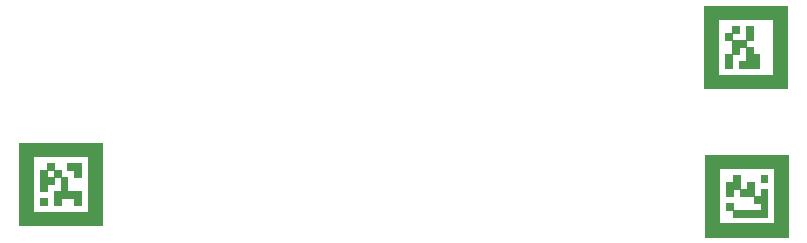
<source format=gbr>
G04 #@! TF.GenerationSoftware,KiCad,Pcbnew,6.0.2-378541a8eb~116~ubuntu21.10.1*
G04 #@! TF.CreationDate,2022-03-11T10:43:46-08:00*
G04 #@! TF.ProjectId,PD_ElectrodeBoard_v7,50445f45-6c65-4637-9472-6f6465426f61,6.2*
G04 #@! TF.SameCoordinates,Original*
G04 #@! TF.FileFunction,Legend,Top*
G04 #@! TF.FilePolarity,Positive*
%FSLAX46Y46*%
G04 Gerber Fmt 4.6, Leading zero omitted, Abs format (unit mm)*
G04 Created by KiCad (PCBNEW 6.0.2-378541a8eb~116~ubuntu21.10.1) date 2022-03-11 10:43:46*
%MOMM*%
%LPD*%
G01*
G04 APERTURE LIST*
%ADD10C,0.001000*%
G04 APERTURE END LIST*
D10*
X172166667Y-88083333D02*
X172750000Y-88083333D01*
X172750000Y-88083333D02*
X172750000Y-88666667D01*
X172750000Y-88666667D02*
X172166667Y-88666667D01*
X172166667Y-88666667D02*
X172166667Y-88083333D01*
G36*
X172750000Y-88666667D02*
G01*
X172166667Y-88666667D01*
X172166667Y-88083333D01*
X172750000Y-88083333D01*
X172750000Y-88666667D01*
G37*
X172750000Y-88666667D02*
X172166667Y-88666667D01*
X172166667Y-88083333D01*
X172750000Y-88083333D01*
X172750000Y-88666667D01*
X173333333Y-85166667D02*
X173916667Y-85166667D01*
X173916667Y-85166667D02*
X173916667Y-85750000D01*
X173916667Y-85750000D02*
X173333333Y-85750000D01*
X173333333Y-85750000D02*
X173333333Y-85166667D01*
G36*
X173916667Y-85750000D02*
G01*
X173333333Y-85750000D01*
X173333333Y-85166667D01*
X173916667Y-85166667D01*
X173916667Y-85750000D01*
G37*
X173916667Y-85750000D02*
X173333333Y-85750000D01*
X173333333Y-85166667D01*
X173916667Y-85166667D01*
X173916667Y-85750000D01*
X173916667Y-85166667D02*
X174500000Y-85166667D01*
X174500000Y-85166667D02*
X174500000Y-85750000D01*
X174500000Y-85750000D02*
X173916667Y-85750000D01*
X173916667Y-85750000D02*
X173916667Y-85166667D01*
G36*
X174500000Y-85750000D02*
G01*
X173916667Y-85750000D01*
X173916667Y-85166667D01*
X174500000Y-85166667D01*
X174500000Y-85750000D01*
G37*
X174500000Y-85750000D02*
X173916667Y-85750000D01*
X173916667Y-85166667D01*
X174500000Y-85166667D01*
X174500000Y-85750000D01*
X171583333Y-82833333D02*
X172166667Y-82833333D01*
X172166667Y-82833333D02*
X172166667Y-83416667D01*
X172166667Y-83416667D02*
X171583333Y-83416667D01*
X171583333Y-83416667D02*
X171583333Y-82833333D01*
G36*
X172166667Y-83416667D02*
G01*
X171583333Y-83416667D01*
X171583333Y-82833333D01*
X172166667Y-82833333D01*
X172166667Y-83416667D01*
G37*
X172166667Y-83416667D02*
X171583333Y-83416667D01*
X171583333Y-82833333D01*
X172166667Y-82833333D01*
X172166667Y-83416667D01*
X169250000Y-84583333D02*
X169833333Y-84583333D01*
X169833333Y-84583333D02*
X169833333Y-85166667D01*
X169833333Y-85166667D02*
X169250000Y-85166667D01*
X169250000Y-85166667D02*
X169250000Y-84583333D01*
G36*
X169833333Y-85166667D02*
G01*
X169250000Y-85166667D01*
X169250000Y-84583333D01*
X169833333Y-84583333D01*
X169833333Y-85166667D01*
G37*
X169833333Y-85166667D02*
X169250000Y-85166667D01*
X169250000Y-84583333D01*
X169833333Y-84583333D01*
X169833333Y-85166667D01*
X168083333Y-82250000D02*
X168666667Y-82250000D01*
X168666667Y-82250000D02*
X168666667Y-82833333D01*
X168666667Y-82833333D02*
X168083333Y-82833333D01*
X168083333Y-82833333D02*
X168083333Y-82250000D01*
G36*
X168666667Y-82833333D02*
G01*
X168083333Y-82833333D01*
X168083333Y-82250000D01*
X168666667Y-82250000D01*
X168666667Y-82833333D01*
G37*
X168666667Y-82833333D02*
X168083333Y-82833333D01*
X168083333Y-82250000D01*
X168666667Y-82250000D01*
X168666667Y-82833333D01*
X167500000Y-87500000D02*
X168083333Y-87500000D01*
X168083333Y-87500000D02*
X168083333Y-88083333D01*
X168083333Y-88083333D02*
X167500000Y-88083333D01*
X167500000Y-88083333D02*
X167500000Y-87500000D01*
G36*
X168083333Y-88083333D02*
G01*
X167500000Y-88083333D01*
X167500000Y-87500000D01*
X168083333Y-87500000D01*
X168083333Y-88083333D01*
G37*
X168083333Y-88083333D02*
X167500000Y-88083333D01*
X167500000Y-87500000D01*
X168083333Y-87500000D01*
X168083333Y-88083333D01*
X171000000Y-88666667D02*
X171583333Y-88666667D01*
X171583333Y-88666667D02*
X171583333Y-89250000D01*
X171583333Y-89250000D02*
X171000000Y-89250000D01*
X171000000Y-89250000D02*
X171000000Y-88666667D01*
G36*
X171583333Y-89250000D02*
G01*
X171000000Y-89250000D01*
X171000000Y-88666667D01*
X171583333Y-88666667D01*
X171583333Y-89250000D01*
G37*
X171583333Y-89250000D02*
X171000000Y-89250000D01*
X171000000Y-88666667D01*
X171583333Y-88666667D01*
X171583333Y-89250000D01*
X171000000Y-82833333D02*
X171583333Y-82833333D01*
X171583333Y-82833333D02*
X171583333Y-83416667D01*
X171583333Y-83416667D02*
X171000000Y-83416667D01*
X171000000Y-83416667D02*
X171000000Y-82833333D01*
G36*
X171583333Y-83416667D02*
G01*
X171000000Y-83416667D01*
X171000000Y-82833333D01*
X171583333Y-82833333D01*
X171583333Y-83416667D01*
G37*
X171583333Y-83416667D02*
X171000000Y-83416667D01*
X171000000Y-82833333D01*
X171583333Y-82833333D01*
X171583333Y-83416667D01*
X169833333Y-82833333D02*
X170416667Y-82833333D01*
X170416667Y-82833333D02*
X170416667Y-83416667D01*
X170416667Y-83416667D02*
X169833333Y-83416667D01*
X169833333Y-83416667D02*
X169833333Y-82833333D01*
G36*
X170416667Y-83416667D02*
G01*
X169833333Y-83416667D01*
X169833333Y-82833333D01*
X170416667Y-82833333D01*
X170416667Y-83416667D01*
G37*
X170416667Y-83416667D02*
X169833333Y-83416667D01*
X169833333Y-82833333D01*
X170416667Y-82833333D01*
X170416667Y-83416667D01*
X167500000Y-84583333D02*
X168083333Y-84583333D01*
X168083333Y-84583333D02*
X168083333Y-85166667D01*
X168083333Y-85166667D02*
X167500000Y-85166667D01*
X167500000Y-85166667D02*
X167500000Y-84583333D01*
G36*
X168083333Y-85166667D02*
G01*
X167500000Y-85166667D01*
X167500000Y-84583333D01*
X168083333Y-84583333D01*
X168083333Y-85166667D01*
G37*
X168083333Y-85166667D02*
X167500000Y-85166667D01*
X167500000Y-84583333D01*
X168083333Y-84583333D01*
X168083333Y-85166667D01*
X167500000Y-85166667D02*
X168083333Y-85166667D01*
X168083333Y-85166667D02*
X168083333Y-85750000D01*
X168083333Y-85750000D02*
X167500000Y-85750000D01*
X167500000Y-85750000D02*
X167500000Y-85166667D01*
G36*
X168083333Y-85750000D02*
G01*
X167500000Y-85750000D01*
X167500000Y-85166667D01*
X168083333Y-85166667D01*
X168083333Y-85750000D01*
G37*
X168083333Y-85750000D02*
X167500000Y-85750000D01*
X167500000Y-85166667D01*
X168083333Y-85166667D01*
X168083333Y-85750000D01*
X170416667Y-82833333D02*
X171000000Y-82833333D01*
X171000000Y-82833333D02*
X171000000Y-83416667D01*
X171000000Y-83416667D02*
X170416667Y-83416667D01*
X170416667Y-83416667D02*
X170416667Y-82833333D01*
G36*
X171000000Y-83416667D02*
G01*
X170416667Y-83416667D01*
X170416667Y-82833333D01*
X171000000Y-82833333D01*
X171000000Y-83416667D01*
G37*
X171000000Y-83416667D02*
X170416667Y-83416667D01*
X170416667Y-82833333D01*
X171000000Y-82833333D01*
X171000000Y-83416667D01*
X173333333Y-84000000D02*
X173916667Y-84000000D01*
X173916667Y-84000000D02*
X173916667Y-84583333D01*
X173916667Y-84583333D02*
X173333333Y-84583333D01*
X173333333Y-84583333D02*
X173333333Y-84000000D01*
G36*
X173916667Y-84583333D02*
G01*
X173333333Y-84583333D01*
X173333333Y-84000000D01*
X173916667Y-84000000D01*
X173916667Y-84583333D01*
G37*
X173916667Y-84583333D02*
X173333333Y-84583333D01*
X173333333Y-84000000D01*
X173916667Y-84000000D01*
X173916667Y-84583333D01*
X167500000Y-88083333D02*
X168083333Y-88083333D01*
X168083333Y-88083333D02*
X168083333Y-88666667D01*
X168083333Y-88666667D02*
X167500000Y-88666667D01*
X167500000Y-88666667D02*
X167500000Y-88083333D01*
G36*
X168083333Y-88666667D02*
G01*
X167500000Y-88666667D01*
X167500000Y-88083333D01*
X168083333Y-88083333D01*
X168083333Y-88666667D01*
G37*
X168083333Y-88666667D02*
X167500000Y-88666667D01*
X167500000Y-88083333D01*
X168083333Y-88083333D01*
X168083333Y-88666667D01*
X172750000Y-88666667D02*
X173333333Y-88666667D01*
X173333333Y-88666667D02*
X173333333Y-89250000D01*
X173333333Y-89250000D02*
X172750000Y-89250000D01*
X172750000Y-89250000D02*
X172750000Y-88666667D01*
G36*
X173333333Y-89250000D02*
G01*
X172750000Y-89250000D01*
X172750000Y-88666667D01*
X173333333Y-88666667D01*
X173333333Y-89250000D01*
G37*
X173333333Y-89250000D02*
X172750000Y-89250000D01*
X172750000Y-88666667D01*
X173333333Y-88666667D01*
X173333333Y-89250000D01*
X170416667Y-88666667D02*
X171000000Y-88666667D01*
X171000000Y-88666667D02*
X171000000Y-89250000D01*
X171000000Y-89250000D02*
X170416667Y-89250000D01*
X170416667Y-89250000D02*
X170416667Y-88666667D01*
G36*
X171000000Y-89250000D02*
G01*
X170416667Y-89250000D01*
X170416667Y-88666667D01*
X171000000Y-88666667D01*
X171000000Y-89250000D01*
G37*
X171000000Y-89250000D02*
X170416667Y-89250000D01*
X170416667Y-88666667D01*
X171000000Y-88666667D01*
X171000000Y-89250000D01*
X173916667Y-86916667D02*
X174500000Y-86916667D01*
X174500000Y-86916667D02*
X174500000Y-87500000D01*
X174500000Y-87500000D02*
X173916667Y-87500000D01*
X173916667Y-87500000D02*
X173916667Y-86916667D01*
G36*
X174500000Y-87500000D02*
G01*
X173916667Y-87500000D01*
X173916667Y-86916667D01*
X174500000Y-86916667D01*
X174500000Y-87500000D01*
G37*
X174500000Y-87500000D02*
X173916667Y-87500000D01*
X173916667Y-86916667D01*
X174500000Y-86916667D01*
X174500000Y-87500000D01*
X173333333Y-82250000D02*
X173916667Y-82250000D01*
X173916667Y-82250000D02*
X173916667Y-82833333D01*
X173916667Y-82833333D02*
X173333333Y-82833333D01*
X173333333Y-82833333D02*
X173333333Y-82250000D01*
G36*
X173916667Y-82833333D02*
G01*
X173333333Y-82833333D01*
X173333333Y-82250000D01*
X173916667Y-82250000D01*
X173916667Y-82833333D01*
G37*
X173916667Y-82833333D02*
X173333333Y-82833333D01*
X173333333Y-82250000D01*
X173916667Y-82250000D01*
X173916667Y-82833333D01*
X172166667Y-86333333D02*
X172750000Y-86333333D01*
X172750000Y-86333333D02*
X172750000Y-86916667D01*
X172750000Y-86916667D02*
X172166667Y-86916667D01*
X172166667Y-86916667D02*
X172166667Y-86333333D01*
G36*
X172750000Y-86916667D02*
G01*
X172166667Y-86916667D01*
X172166667Y-86333333D01*
X172750000Y-86333333D01*
X172750000Y-86916667D01*
G37*
X172750000Y-86916667D02*
X172166667Y-86916667D01*
X172166667Y-86333333D01*
X172750000Y-86333333D01*
X172750000Y-86916667D01*
X173333333Y-84583333D02*
X173916667Y-84583333D01*
X173916667Y-84583333D02*
X173916667Y-85166667D01*
X173916667Y-85166667D02*
X173333333Y-85166667D01*
X173333333Y-85166667D02*
X173333333Y-84583333D01*
G36*
X173916667Y-85166667D02*
G01*
X173333333Y-85166667D01*
X173333333Y-84583333D01*
X173916667Y-84583333D01*
X173916667Y-85166667D01*
G37*
X173916667Y-85166667D02*
X173333333Y-85166667D01*
X173333333Y-84583333D01*
X173916667Y-84583333D01*
X173916667Y-85166667D01*
X168083333Y-83416667D02*
X168666667Y-83416667D01*
X168666667Y-83416667D02*
X168666667Y-84000000D01*
X168666667Y-84000000D02*
X168083333Y-84000000D01*
X168083333Y-84000000D02*
X168083333Y-83416667D01*
G36*
X168666667Y-84000000D02*
G01*
X168083333Y-84000000D01*
X168083333Y-83416667D01*
X168666667Y-83416667D01*
X168666667Y-84000000D01*
G37*
X168666667Y-84000000D02*
X168083333Y-84000000D01*
X168083333Y-83416667D01*
X168666667Y-83416667D01*
X168666667Y-84000000D01*
X173916667Y-84000000D02*
X174500000Y-84000000D01*
X174500000Y-84000000D02*
X174500000Y-84583333D01*
X174500000Y-84583333D02*
X173916667Y-84583333D01*
X173916667Y-84583333D02*
X173916667Y-84000000D01*
G36*
X174500000Y-84583333D02*
G01*
X173916667Y-84583333D01*
X173916667Y-84000000D01*
X174500000Y-84000000D01*
X174500000Y-84583333D01*
G37*
X174500000Y-84583333D02*
X173916667Y-84583333D01*
X173916667Y-84000000D01*
X174500000Y-84000000D01*
X174500000Y-84583333D01*
X168083333Y-86333333D02*
X168666667Y-86333333D01*
X168666667Y-86333333D02*
X168666667Y-86916667D01*
X168666667Y-86916667D02*
X168083333Y-86916667D01*
X168083333Y-86916667D02*
X168083333Y-86333333D01*
G36*
X168666667Y-86916667D02*
G01*
X168083333Y-86916667D01*
X168083333Y-86333333D01*
X168666667Y-86333333D01*
X168666667Y-86916667D01*
G37*
X168666667Y-86916667D02*
X168083333Y-86916667D01*
X168083333Y-86333333D01*
X168666667Y-86333333D01*
X168666667Y-86916667D01*
X173333333Y-83416667D02*
X173916667Y-83416667D01*
X173916667Y-83416667D02*
X173916667Y-84000000D01*
X173916667Y-84000000D02*
X173333333Y-84000000D01*
X173333333Y-84000000D02*
X173333333Y-83416667D01*
G36*
X173916667Y-84000000D02*
G01*
X173333333Y-84000000D01*
X173333333Y-83416667D01*
X173916667Y-83416667D01*
X173916667Y-84000000D01*
G37*
X173916667Y-84000000D02*
X173333333Y-84000000D01*
X173333333Y-83416667D01*
X173916667Y-83416667D01*
X173916667Y-84000000D01*
X169833333Y-88083333D02*
X170416667Y-88083333D01*
X170416667Y-88083333D02*
X170416667Y-88666667D01*
X170416667Y-88666667D02*
X169833333Y-88666667D01*
X169833333Y-88666667D02*
X169833333Y-88083333D01*
G36*
X170416667Y-88666667D02*
G01*
X169833333Y-88666667D01*
X169833333Y-88083333D01*
X170416667Y-88083333D01*
X170416667Y-88666667D01*
G37*
X170416667Y-88666667D02*
X169833333Y-88666667D01*
X169833333Y-88083333D01*
X170416667Y-88083333D01*
X170416667Y-88666667D01*
X167500000Y-82250000D02*
X168083333Y-82250000D01*
X168083333Y-82250000D02*
X168083333Y-82833333D01*
X168083333Y-82833333D02*
X167500000Y-82833333D01*
X167500000Y-82833333D02*
X167500000Y-82250000D01*
G36*
X168083333Y-82833333D02*
G01*
X167500000Y-82833333D01*
X167500000Y-82250000D01*
X168083333Y-82250000D01*
X168083333Y-82833333D01*
G37*
X168083333Y-82833333D02*
X167500000Y-82833333D01*
X167500000Y-82250000D01*
X168083333Y-82250000D01*
X168083333Y-82833333D01*
X172750000Y-82833333D02*
X173333333Y-82833333D01*
X173333333Y-82833333D02*
X173333333Y-83416667D01*
X173333333Y-83416667D02*
X172750000Y-83416667D01*
X172750000Y-83416667D02*
X172750000Y-82833333D01*
G36*
X173333333Y-83416667D02*
G01*
X172750000Y-83416667D01*
X172750000Y-82833333D01*
X173333333Y-82833333D01*
X173333333Y-83416667D01*
G37*
X173333333Y-83416667D02*
X172750000Y-83416667D01*
X172750000Y-82833333D01*
X173333333Y-82833333D01*
X173333333Y-83416667D01*
X173916667Y-88666667D02*
X174500000Y-88666667D01*
X174500000Y-88666667D02*
X174500000Y-89250000D01*
X174500000Y-89250000D02*
X173916667Y-89250000D01*
X173916667Y-89250000D02*
X173916667Y-88666667D01*
G36*
X174500000Y-89250000D02*
G01*
X173916667Y-89250000D01*
X173916667Y-88666667D01*
X174500000Y-88666667D01*
X174500000Y-89250000D01*
G37*
X174500000Y-89250000D02*
X173916667Y-89250000D01*
X173916667Y-88666667D01*
X174500000Y-88666667D01*
X174500000Y-89250000D01*
X171583333Y-86333333D02*
X172166667Y-86333333D01*
X172166667Y-86333333D02*
X172166667Y-86916667D01*
X172166667Y-86916667D02*
X171583333Y-86916667D01*
X171583333Y-86916667D02*
X171583333Y-86333333D01*
G36*
X172166667Y-86916667D02*
G01*
X171583333Y-86916667D01*
X171583333Y-86333333D01*
X172166667Y-86333333D01*
X172166667Y-86916667D01*
G37*
X172166667Y-86916667D02*
X171583333Y-86916667D01*
X171583333Y-86333333D01*
X172166667Y-86333333D01*
X172166667Y-86916667D01*
X171583333Y-88083333D02*
X172166667Y-88083333D01*
X172166667Y-88083333D02*
X172166667Y-88666667D01*
X172166667Y-88666667D02*
X171583333Y-88666667D01*
X171583333Y-88666667D02*
X171583333Y-88083333D01*
G36*
X172166667Y-88666667D02*
G01*
X171583333Y-88666667D01*
X171583333Y-88083333D01*
X172166667Y-88083333D01*
X172166667Y-88666667D01*
G37*
X172166667Y-88666667D02*
X171583333Y-88666667D01*
X171583333Y-88083333D01*
X172166667Y-88083333D01*
X172166667Y-88666667D01*
X173916667Y-82833333D02*
X174500000Y-82833333D01*
X174500000Y-82833333D02*
X174500000Y-83416667D01*
X174500000Y-83416667D02*
X173916667Y-83416667D01*
X173916667Y-83416667D02*
X173916667Y-82833333D01*
G36*
X174500000Y-83416667D02*
G01*
X173916667Y-83416667D01*
X173916667Y-82833333D01*
X174500000Y-82833333D01*
X174500000Y-83416667D01*
G37*
X174500000Y-83416667D02*
X173916667Y-83416667D01*
X173916667Y-82833333D01*
X174500000Y-82833333D01*
X174500000Y-83416667D01*
X170416667Y-86333333D02*
X171000000Y-86333333D01*
X171000000Y-86333333D02*
X171000000Y-86916667D01*
X171000000Y-86916667D02*
X170416667Y-86916667D01*
X170416667Y-86916667D02*
X170416667Y-86333333D01*
G36*
X171000000Y-86916667D02*
G01*
X170416667Y-86916667D01*
X170416667Y-86333333D01*
X171000000Y-86333333D01*
X171000000Y-86916667D01*
G37*
X171000000Y-86916667D02*
X170416667Y-86916667D01*
X170416667Y-86333333D01*
X171000000Y-86333333D01*
X171000000Y-86916667D01*
X168083333Y-85166667D02*
X168666667Y-85166667D01*
X168666667Y-85166667D02*
X168666667Y-85750000D01*
X168666667Y-85750000D02*
X168083333Y-85750000D01*
X168083333Y-85750000D02*
X168083333Y-85166667D01*
G36*
X168666667Y-85750000D02*
G01*
X168083333Y-85750000D01*
X168083333Y-85166667D01*
X168666667Y-85166667D01*
X168666667Y-85750000D01*
G37*
X168666667Y-85750000D02*
X168083333Y-85750000D01*
X168083333Y-85166667D01*
X168666667Y-85166667D01*
X168666667Y-85750000D01*
X168666667Y-88666667D02*
X169250000Y-88666667D01*
X169250000Y-88666667D02*
X169250000Y-89250000D01*
X169250000Y-89250000D02*
X168666667Y-89250000D01*
X168666667Y-89250000D02*
X168666667Y-88666667D01*
G36*
X169250000Y-89250000D02*
G01*
X168666667Y-89250000D01*
X168666667Y-88666667D01*
X169250000Y-88666667D01*
X169250000Y-89250000D01*
G37*
X169250000Y-89250000D02*
X168666667Y-89250000D01*
X168666667Y-88666667D01*
X169250000Y-88666667D01*
X169250000Y-89250000D01*
X169250000Y-86916667D02*
X169833333Y-86916667D01*
X169833333Y-86916667D02*
X169833333Y-87500000D01*
X169833333Y-87500000D02*
X169250000Y-87500000D01*
X169250000Y-87500000D02*
X169250000Y-86916667D01*
G36*
X169833333Y-87500000D02*
G01*
X169250000Y-87500000D01*
X169250000Y-86916667D01*
X169833333Y-86916667D01*
X169833333Y-87500000D01*
G37*
X169833333Y-87500000D02*
X169250000Y-87500000D01*
X169250000Y-86916667D01*
X169833333Y-86916667D01*
X169833333Y-87500000D01*
X167500000Y-83416667D02*
X168083333Y-83416667D01*
X168083333Y-83416667D02*
X168083333Y-84000000D01*
X168083333Y-84000000D02*
X167500000Y-84000000D01*
X167500000Y-84000000D02*
X167500000Y-83416667D01*
G36*
X168083333Y-84000000D02*
G01*
X167500000Y-84000000D01*
X167500000Y-83416667D01*
X168083333Y-83416667D01*
X168083333Y-84000000D01*
G37*
X168083333Y-84000000D02*
X167500000Y-84000000D01*
X167500000Y-83416667D01*
X168083333Y-83416667D01*
X168083333Y-84000000D01*
X168666667Y-82833333D02*
X169250000Y-82833333D01*
X169250000Y-82833333D02*
X169250000Y-83416667D01*
X169250000Y-83416667D02*
X168666667Y-83416667D01*
X168666667Y-83416667D02*
X168666667Y-82833333D01*
G36*
X169250000Y-83416667D02*
G01*
X168666667Y-83416667D01*
X168666667Y-82833333D01*
X169250000Y-82833333D01*
X169250000Y-83416667D01*
G37*
X169250000Y-83416667D02*
X168666667Y-83416667D01*
X168666667Y-82833333D01*
X169250000Y-82833333D01*
X169250000Y-83416667D01*
X171000000Y-85166667D02*
X171583333Y-85166667D01*
X171583333Y-85166667D02*
X171583333Y-85750000D01*
X171583333Y-85750000D02*
X171000000Y-85750000D01*
X171000000Y-85750000D02*
X171000000Y-85166667D01*
G36*
X171583333Y-85750000D02*
G01*
X171000000Y-85750000D01*
X171000000Y-85166667D01*
X171583333Y-85166667D01*
X171583333Y-85750000D01*
G37*
X171583333Y-85750000D02*
X171000000Y-85750000D01*
X171000000Y-85166667D01*
X171583333Y-85166667D01*
X171583333Y-85750000D01*
X169833333Y-84000000D02*
X170416667Y-84000000D01*
X170416667Y-84000000D02*
X170416667Y-84583333D01*
X170416667Y-84583333D02*
X169833333Y-84583333D01*
X169833333Y-84583333D02*
X169833333Y-84000000D01*
G36*
X170416667Y-84583333D02*
G01*
X169833333Y-84583333D01*
X169833333Y-84000000D01*
X170416667Y-84000000D01*
X170416667Y-84583333D01*
G37*
X170416667Y-84583333D02*
X169833333Y-84583333D01*
X169833333Y-84000000D01*
X170416667Y-84000000D01*
X170416667Y-84583333D01*
X173333333Y-82833333D02*
X173916667Y-82833333D01*
X173916667Y-82833333D02*
X173916667Y-83416667D01*
X173916667Y-83416667D02*
X173333333Y-83416667D01*
X173333333Y-83416667D02*
X173333333Y-82833333D01*
G36*
X173916667Y-83416667D02*
G01*
X173333333Y-83416667D01*
X173333333Y-82833333D01*
X173916667Y-82833333D01*
X173916667Y-83416667D01*
G37*
X173916667Y-83416667D02*
X173333333Y-83416667D01*
X173333333Y-82833333D01*
X173916667Y-82833333D01*
X173916667Y-83416667D01*
X172750000Y-82250000D02*
X173333333Y-82250000D01*
X173333333Y-82250000D02*
X173333333Y-82833333D01*
X173333333Y-82833333D02*
X172750000Y-82833333D01*
X172750000Y-82833333D02*
X172750000Y-82250000D01*
G36*
X173333333Y-82833333D02*
G01*
X172750000Y-82833333D01*
X172750000Y-82250000D01*
X173333333Y-82250000D01*
X173333333Y-82833333D01*
G37*
X173333333Y-82833333D02*
X172750000Y-82833333D01*
X172750000Y-82250000D01*
X173333333Y-82250000D01*
X173333333Y-82833333D01*
X173333333Y-88083333D02*
X173916667Y-88083333D01*
X173916667Y-88083333D02*
X173916667Y-88666667D01*
X173916667Y-88666667D02*
X173333333Y-88666667D01*
X173333333Y-88666667D02*
X173333333Y-88083333D01*
G36*
X173916667Y-88666667D02*
G01*
X173333333Y-88666667D01*
X173333333Y-88083333D01*
X173916667Y-88083333D01*
X173916667Y-88666667D01*
G37*
X173916667Y-88666667D02*
X173333333Y-88666667D01*
X173333333Y-88083333D01*
X173916667Y-88083333D01*
X173916667Y-88666667D01*
X171583333Y-82250000D02*
X172166667Y-82250000D01*
X172166667Y-82250000D02*
X172166667Y-82833333D01*
X172166667Y-82833333D02*
X171583333Y-82833333D01*
X171583333Y-82833333D02*
X171583333Y-82250000D01*
G36*
X172166667Y-82833333D02*
G01*
X171583333Y-82833333D01*
X171583333Y-82250000D01*
X172166667Y-82250000D01*
X172166667Y-82833333D01*
G37*
X172166667Y-82833333D02*
X171583333Y-82833333D01*
X171583333Y-82250000D01*
X172166667Y-82250000D01*
X172166667Y-82833333D01*
X173916667Y-84583333D02*
X174500000Y-84583333D01*
X174500000Y-84583333D02*
X174500000Y-85166667D01*
X174500000Y-85166667D02*
X173916667Y-85166667D01*
X173916667Y-85166667D02*
X173916667Y-84583333D01*
G36*
X174500000Y-85166667D02*
G01*
X173916667Y-85166667D01*
X173916667Y-84583333D01*
X174500000Y-84583333D01*
X174500000Y-85166667D01*
G37*
X174500000Y-85166667D02*
X173916667Y-85166667D01*
X173916667Y-84583333D01*
X174500000Y-84583333D01*
X174500000Y-85166667D01*
X173333333Y-86916667D02*
X173916667Y-86916667D01*
X173916667Y-86916667D02*
X173916667Y-87500000D01*
X173916667Y-87500000D02*
X173333333Y-87500000D01*
X173333333Y-87500000D02*
X173333333Y-86916667D01*
G36*
X173916667Y-87500000D02*
G01*
X173333333Y-87500000D01*
X173333333Y-86916667D01*
X173916667Y-86916667D01*
X173916667Y-87500000D01*
G37*
X173916667Y-87500000D02*
X173333333Y-87500000D01*
X173333333Y-86916667D01*
X173916667Y-86916667D01*
X173916667Y-87500000D01*
X169250000Y-82250000D02*
X169833333Y-82250000D01*
X169833333Y-82250000D02*
X169833333Y-82833333D01*
X169833333Y-82833333D02*
X169250000Y-82833333D01*
X169250000Y-82833333D02*
X169250000Y-82250000D01*
G36*
X169833333Y-82833333D02*
G01*
X169250000Y-82833333D01*
X169250000Y-82250000D01*
X169833333Y-82250000D01*
X169833333Y-82833333D01*
G37*
X169833333Y-82833333D02*
X169250000Y-82833333D01*
X169250000Y-82250000D01*
X169833333Y-82250000D01*
X169833333Y-82833333D01*
X173916667Y-88083333D02*
X174500000Y-88083333D01*
X174500000Y-88083333D02*
X174500000Y-88666667D01*
X174500000Y-88666667D02*
X173916667Y-88666667D01*
X173916667Y-88666667D02*
X173916667Y-88083333D01*
G36*
X174500000Y-88666667D02*
G01*
X173916667Y-88666667D01*
X173916667Y-88083333D01*
X174500000Y-88083333D01*
X174500000Y-88666667D01*
G37*
X174500000Y-88666667D02*
X173916667Y-88666667D01*
X173916667Y-88083333D01*
X174500000Y-88083333D01*
X174500000Y-88666667D01*
X172166667Y-82833333D02*
X172750000Y-82833333D01*
X172750000Y-82833333D02*
X172750000Y-83416667D01*
X172750000Y-83416667D02*
X172166667Y-83416667D01*
X172166667Y-83416667D02*
X172166667Y-82833333D01*
G36*
X172750000Y-83416667D02*
G01*
X172166667Y-83416667D01*
X172166667Y-82833333D01*
X172750000Y-82833333D01*
X172750000Y-83416667D01*
G37*
X172750000Y-83416667D02*
X172166667Y-83416667D01*
X172166667Y-82833333D01*
X172750000Y-82833333D01*
X172750000Y-83416667D01*
X172166667Y-84583333D02*
X172750000Y-84583333D01*
X172750000Y-84583333D02*
X172750000Y-85166667D01*
X172750000Y-85166667D02*
X172166667Y-85166667D01*
X172166667Y-85166667D02*
X172166667Y-84583333D01*
G36*
X172750000Y-85166667D02*
G01*
X172166667Y-85166667D01*
X172166667Y-84583333D01*
X172750000Y-84583333D01*
X172750000Y-85166667D01*
G37*
X172750000Y-85166667D02*
X172166667Y-85166667D01*
X172166667Y-84583333D01*
X172750000Y-84583333D01*
X172750000Y-85166667D01*
X173916667Y-85750000D02*
X174500000Y-85750000D01*
X174500000Y-85750000D02*
X174500000Y-86333333D01*
X174500000Y-86333333D02*
X173916667Y-86333333D01*
X173916667Y-86333333D02*
X173916667Y-85750000D01*
G36*
X174500000Y-86333333D02*
G01*
X173916667Y-86333333D01*
X173916667Y-85750000D01*
X174500000Y-85750000D01*
X174500000Y-86333333D01*
G37*
X174500000Y-86333333D02*
X173916667Y-86333333D01*
X173916667Y-85750000D01*
X174500000Y-85750000D01*
X174500000Y-86333333D01*
X168083333Y-84583333D02*
X168666667Y-84583333D01*
X168666667Y-84583333D02*
X168666667Y-85166667D01*
X168666667Y-85166667D02*
X168083333Y-85166667D01*
X168083333Y-85166667D02*
X168083333Y-84583333D01*
G36*
X168666667Y-85166667D02*
G01*
X168083333Y-85166667D01*
X168083333Y-84583333D01*
X168666667Y-84583333D01*
X168666667Y-85166667D01*
G37*
X168666667Y-85166667D02*
X168083333Y-85166667D01*
X168083333Y-84583333D01*
X168666667Y-84583333D01*
X168666667Y-85166667D01*
X172166667Y-86916667D02*
X172750000Y-86916667D01*
X172750000Y-86916667D02*
X172750000Y-87500000D01*
X172750000Y-87500000D02*
X172166667Y-87500000D01*
X172166667Y-87500000D02*
X172166667Y-86916667D01*
G36*
X172750000Y-87500000D02*
G01*
X172166667Y-87500000D01*
X172166667Y-86916667D01*
X172750000Y-86916667D01*
X172750000Y-87500000D01*
G37*
X172750000Y-87500000D02*
X172166667Y-87500000D01*
X172166667Y-86916667D01*
X172750000Y-86916667D01*
X172750000Y-87500000D01*
X170416667Y-82250000D02*
X171000000Y-82250000D01*
X171000000Y-82250000D02*
X171000000Y-82833333D01*
X171000000Y-82833333D02*
X170416667Y-82833333D01*
X170416667Y-82833333D02*
X170416667Y-82250000D01*
G36*
X171000000Y-82833333D02*
G01*
X170416667Y-82833333D01*
X170416667Y-82250000D01*
X171000000Y-82250000D01*
X171000000Y-82833333D01*
G37*
X171000000Y-82833333D02*
X170416667Y-82833333D01*
X170416667Y-82250000D01*
X171000000Y-82250000D01*
X171000000Y-82833333D01*
X168666667Y-88083333D02*
X169250000Y-88083333D01*
X169250000Y-88083333D02*
X169250000Y-88666667D01*
X169250000Y-88666667D02*
X168666667Y-88666667D01*
X168666667Y-88666667D02*
X168666667Y-88083333D01*
G36*
X169250000Y-88666667D02*
G01*
X168666667Y-88666667D01*
X168666667Y-88083333D01*
X169250000Y-88083333D01*
X169250000Y-88666667D01*
G37*
X169250000Y-88666667D02*
X168666667Y-88666667D01*
X168666667Y-88083333D01*
X169250000Y-88083333D01*
X169250000Y-88666667D01*
X171000000Y-88083333D02*
X171583333Y-88083333D01*
X171583333Y-88083333D02*
X171583333Y-88666667D01*
X171583333Y-88666667D02*
X171000000Y-88666667D01*
X171000000Y-88666667D02*
X171000000Y-88083333D01*
G36*
X171583333Y-88666667D02*
G01*
X171000000Y-88666667D01*
X171000000Y-88083333D01*
X171583333Y-88083333D01*
X171583333Y-88666667D01*
G37*
X171583333Y-88666667D02*
X171000000Y-88666667D01*
X171000000Y-88083333D01*
X171583333Y-88083333D01*
X171583333Y-88666667D01*
X173333333Y-85750000D02*
X173916667Y-85750000D01*
X173916667Y-85750000D02*
X173916667Y-86333333D01*
X173916667Y-86333333D02*
X173333333Y-86333333D01*
X173333333Y-86333333D02*
X173333333Y-85750000D01*
G36*
X173916667Y-86333333D02*
G01*
X173333333Y-86333333D01*
X173333333Y-85750000D01*
X173916667Y-85750000D01*
X173916667Y-86333333D01*
G37*
X173916667Y-86333333D02*
X173333333Y-86333333D01*
X173333333Y-85750000D01*
X173916667Y-85750000D01*
X173916667Y-86333333D01*
X173916667Y-86333333D02*
X174500000Y-86333333D01*
X174500000Y-86333333D02*
X174500000Y-86916667D01*
X174500000Y-86916667D02*
X173916667Y-86916667D01*
X173916667Y-86916667D02*
X173916667Y-86333333D01*
G36*
X174500000Y-86916667D02*
G01*
X173916667Y-86916667D01*
X173916667Y-86333333D01*
X174500000Y-86333333D01*
X174500000Y-86916667D01*
G37*
X174500000Y-86916667D02*
X173916667Y-86916667D01*
X173916667Y-86333333D01*
X174500000Y-86333333D01*
X174500000Y-86916667D01*
X167500000Y-86333333D02*
X168083333Y-86333333D01*
X168083333Y-86333333D02*
X168083333Y-86916667D01*
X168083333Y-86916667D02*
X167500000Y-86916667D01*
X167500000Y-86916667D02*
X167500000Y-86333333D01*
G36*
X168083333Y-86916667D02*
G01*
X167500000Y-86916667D01*
X167500000Y-86333333D01*
X168083333Y-86333333D01*
X168083333Y-86916667D01*
G37*
X168083333Y-86916667D02*
X167500000Y-86916667D01*
X167500000Y-86333333D01*
X168083333Y-86333333D01*
X168083333Y-86916667D01*
X173916667Y-87500000D02*
X174500000Y-87500000D01*
X174500000Y-87500000D02*
X174500000Y-88083333D01*
X174500000Y-88083333D02*
X173916667Y-88083333D01*
X173916667Y-88083333D02*
X173916667Y-87500000D01*
G36*
X174500000Y-88083333D02*
G01*
X173916667Y-88083333D01*
X173916667Y-87500000D01*
X174500000Y-87500000D01*
X174500000Y-88083333D01*
G37*
X174500000Y-88083333D02*
X173916667Y-88083333D01*
X173916667Y-87500000D01*
X174500000Y-87500000D01*
X174500000Y-88083333D01*
X171000000Y-86333333D02*
X171583333Y-86333333D01*
X171583333Y-86333333D02*
X171583333Y-86916667D01*
X171583333Y-86916667D02*
X171000000Y-86916667D01*
X171000000Y-86916667D02*
X171000000Y-86333333D01*
G36*
X171583333Y-86916667D02*
G01*
X171000000Y-86916667D01*
X171000000Y-86333333D01*
X171583333Y-86333333D01*
X171583333Y-86916667D01*
G37*
X171583333Y-86916667D02*
X171000000Y-86916667D01*
X171000000Y-86333333D01*
X171583333Y-86333333D01*
X171583333Y-86916667D01*
X168083333Y-88666667D02*
X168666667Y-88666667D01*
X168666667Y-88666667D02*
X168666667Y-89250000D01*
X168666667Y-89250000D02*
X168083333Y-89250000D01*
X168083333Y-89250000D02*
X168083333Y-88666667D01*
G36*
X168666667Y-89250000D02*
G01*
X168083333Y-89250000D01*
X168083333Y-88666667D01*
X168666667Y-88666667D01*
X168666667Y-89250000D01*
G37*
X168666667Y-89250000D02*
X168083333Y-89250000D01*
X168083333Y-88666667D01*
X168666667Y-88666667D01*
X168666667Y-89250000D01*
X169250000Y-88666667D02*
X169833333Y-88666667D01*
X169833333Y-88666667D02*
X169833333Y-89250000D01*
X169833333Y-89250000D02*
X169250000Y-89250000D01*
X169250000Y-89250000D02*
X169250000Y-88666667D01*
G36*
X169833333Y-89250000D02*
G01*
X169250000Y-89250000D01*
X169250000Y-88666667D01*
X169833333Y-88666667D01*
X169833333Y-89250000D01*
G37*
X169833333Y-89250000D02*
X169250000Y-89250000D01*
X169250000Y-88666667D01*
X169833333Y-88666667D01*
X169833333Y-89250000D01*
X167500000Y-85750000D02*
X168083333Y-85750000D01*
X168083333Y-85750000D02*
X168083333Y-86333333D01*
X168083333Y-86333333D02*
X167500000Y-86333333D01*
X167500000Y-86333333D02*
X167500000Y-85750000D01*
G36*
X168083333Y-86333333D02*
G01*
X167500000Y-86333333D01*
X167500000Y-85750000D01*
X168083333Y-85750000D01*
X168083333Y-86333333D01*
G37*
X168083333Y-86333333D02*
X167500000Y-86333333D01*
X167500000Y-85750000D01*
X168083333Y-85750000D01*
X168083333Y-86333333D01*
X167500000Y-88666667D02*
X168083333Y-88666667D01*
X168083333Y-88666667D02*
X168083333Y-89250000D01*
X168083333Y-89250000D02*
X167500000Y-89250000D01*
X167500000Y-89250000D02*
X167500000Y-88666667D01*
G36*
X168083333Y-89250000D02*
G01*
X167500000Y-89250000D01*
X167500000Y-88666667D01*
X168083333Y-88666667D01*
X168083333Y-89250000D01*
G37*
X168083333Y-89250000D02*
X167500000Y-89250000D01*
X167500000Y-88666667D01*
X168083333Y-88666667D01*
X168083333Y-89250000D01*
X173333333Y-87500000D02*
X173916667Y-87500000D01*
X173916667Y-87500000D02*
X173916667Y-88083333D01*
X173916667Y-88083333D02*
X173333333Y-88083333D01*
X173333333Y-88083333D02*
X173333333Y-87500000D01*
G36*
X173916667Y-88083333D02*
G01*
X173333333Y-88083333D01*
X173333333Y-87500000D01*
X173916667Y-87500000D01*
X173916667Y-88083333D01*
G37*
X173916667Y-88083333D02*
X173333333Y-88083333D01*
X173333333Y-87500000D01*
X173916667Y-87500000D01*
X173916667Y-88083333D01*
X171583333Y-88666667D02*
X172166667Y-88666667D01*
X172166667Y-88666667D02*
X172166667Y-89250000D01*
X172166667Y-89250000D02*
X171583333Y-89250000D01*
X171583333Y-89250000D02*
X171583333Y-88666667D01*
G36*
X172166667Y-89250000D02*
G01*
X171583333Y-89250000D01*
X171583333Y-88666667D01*
X172166667Y-88666667D01*
X172166667Y-89250000D01*
G37*
X172166667Y-89250000D02*
X171583333Y-89250000D01*
X171583333Y-88666667D01*
X172166667Y-88666667D01*
X172166667Y-89250000D01*
X171583333Y-84000000D02*
X172166667Y-84000000D01*
X172166667Y-84000000D02*
X172166667Y-84583333D01*
X172166667Y-84583333D02*
X171583333Y-84583333D01*
X171583333Y-84583333D02*
X171583333Y-84000000D01*
G36*
X172166667Y-84583333D02*
G01*
X171583333Y-84583333D01*
X171583333Y-84000000D01*
X172166667Y-84000000D01*
X172166667Y-84583333D01*
G37*
X172166667Y-84583333D02*
X171583333Y-84583333D01*
X171583333Y-84000000D01*
X172166667Y-84000000D01*
X172166667Y-84583333D01*
X169250000Y-85750000D02*
X169833333Y-85750000D01*
X169833333Y-85750000D02*
X169833333Y-86333333D01*
X169833333Y-86333333D02*
X169250000Y-86333333D01*
X169250000Y-86333333D02*
X169250000Y-85750000D01*
G36*
X169833333Y-86333333D02*
G01*
X169250000Y-86333333D01*
X169250000Y-85750000D01*
X169833333Y-85750000D01*
X169833333Y-86333333D01*
G37*
X169833333Y-86333333D02*
X169250000Y-86333333D01*
X169250000Y-85750000D01*
X169833333Y-85750000D01*
X169833333Y-86333333D01*
X169250000Y-85166667D02*
X169833333Y-85166667D01*
X169833333Y-85166667D02*
X169833333Y-85750000D01*
X169833333Y-85750000D02*
X169250000Y-85750000D01*
X169250000Y-85750000D02*
X169250000Y-85166667D01*
G36*
X169833333Y-85750000D02*
G01*
X169250000Y-85750000D01*
X169250000Y-85166667D01*
X169833333Y-85166667D01*
X169833333Y-85750000D01*
G37*
X169833333Y-85750000D02*
X169250000Y-85750000D01*
X169250000Y-85166667D01*
X169833333Y-85166667D01*
X169833333Y-85750000D01*
X167500000Y-84000000D02*
X168083333Y-84000000D01*
X168083333Y-84000000D02*
X168083333Y-84583333D01*
X168083333Y-84583333D02*
X167500000Y-84583333D01*
X167500000Y-84583333D02*
X167500000Y-84000000D01*
G36*
X168083333Y-84583333D02*
G01*
X167500000Y-84583333D01*
X167500000Y-84000000D01*
X168083333Y-84000000D01*
X168083333Y-84583333D01*
G37*
X168083333Y-84583333D02*
X167500000Y-84583333D01*
X167500000Y-84000000D01*
X168083333Y-84000000D01*
X168083333Y-84583333D01*
X169833333Y-82250000D02*
X170416667Y-82250000D01*
X170416667Y-82250000D02*
X170416667Y-82833333D01*
X170416667Y-82833333D02*
X169833333Y-82833333D01*
X169833333Y-82833333D02*
X169833333Y-82250000D01*
G36*
X170416667Y-82833333D02*
G01*
X169833333Y-82833333D01*
X169833333Y-82250000D01*
X170416667Y-82250000D01*
X170416667Y-82833333D01*
G37*
X170416667Y-82833333D02*
X169833333Y-82833333D01*
X169833333Y-82250000D01*
X170416667Y-82250000D01*
X170416667Y-82833333D01*
X168083333Y-88083333D02*
X168666667Y-88083333D01*
X168666667Y-88083333D02*
X168666667Y-88666667D01*
X168666667Y-88666667D02*
X168083333Y-88666667D01*
X168083333Y-88666667D02*
X168083333Y-88083333D01*
G36*
X168666667Y-88666667D02*
G01*
X168083333Y-88666667D01*
X168083333Y-88083333D01*
X168666667Y-88083333D01*
X168666667Y-88666667D01*
G37*
X168666667Y-88666667D02*
X168083333Y-88666667D01*
X168083333Y-88083333D01*
X168666667Y-88083333D01*
X168666667Y-88666667D01*
X172166667Y-82250000D02*
X172750000Y-82250000D01*
X172750000Y-82250000D02*
X172750000Y-82833333D01*
X172750000Y-82833333D02*
X172166667Y-82833333D01*
X172166667Y-82833333D02*
X172166667Y-82250000D01*
G36*
X172750000Y-82833333D02*
G01*
X172166667Y-82833333D01*
X172166667Y-82250000D01*
X172750000Y-82250000D01*
X172750000Y-82833333D01*
G37*
X172750000Y-82833333D02*
X172166667Y-82833333D01*
X172166667Y-82250000D01*
X172750000Y-82250000D01*
X172750000Y-82833333D01*
X169250000Y-82833333D02*
X169833333Y-82833333D01*
X169833333Y-82833333D02*
X169833333Y-83416667D01*
X169833333Y-83416667D02*
X169250000Y-83416667D01*
X169250000Y-83416667D02*
X169250000Y-82833333D01*
G36*
X169833333Y-83416667D02*
G01*
X169250000Y-83416667D01*
X169250000Y-82833333D01*
X169833333Y-82833333D01*
X169833333Y-83416667D01*
G37*
X169833333Y-83416667D02*
X169250000Y-83416667D01*
X169250000Y-82833333D01*
X169833333Y-82833333D01*
X169833333Y-83416667D01*
X168083333Y-84000000D02*
X168666667Y-84000000D01*
X168666667Y-84000000D02*
X168666667Y-84583333D01*
X168666667Y-84583333D02*
X168083333Y-84583333D01*
X168083333Y-84583333D02*
X168083333Y-84000000D01*
G36*
X168666667Y-84583333D02*
G01*
X168083333Y-84583333D01*
X168083333Y-84000000D01*
X168666667Y-84000000D01*
X168666667Y-84583333D01*
G37*
X168666667Y-84583333D02*
X168083333Y-84583333D01*
X168083333Y-84000000D01*
X168666667Y-84000000D01*
X168666667Y-84583333D01*
X168083333Y-87500000D02*
X168666667Y-87500000D01*
X168666667Y-87500000D02*
X168666667Y-88083333D01*
X168666667Y-88083333D02*
X168083333Y-88083333D01*
X168083333Y-88083333D02*
X168083333Y-87500000D01*
G36*
X168666667Y-88083333D02*
G01*
X168083333Y-88083333D01*
X168083333Y-87500000D01*
X168666667Y-87500000D01*
X168666667Y-88083333D01*
G37*
X168666667Y-88083333D02*
X168083333Y-88083333D01*
X168083333Y-87500000D01*
X168666667Y-87500000D01*
X168666667Y-88083333D01*
X168666667Y-82250000D02*
X169250000Y-82250000D01*
X169250000Y-82250000D02*
X169250000Y-82833333D01*
X169250000Y-82833333D02*
X168666667Y-82833333D01*
X168666667Y-82833333D02*
X168666667Y-82250000D01*
G36*
X169250000Y-82833333D02*
G01*
X168666667Y-82833333D01*
X168666667Y-82250000D01*
X169250000Y-82250000D01*
X169250000Y-82833333D01*
G37*
X169250000Y-82833333D02*
X168666667Y-82833333D01*
X168666667Y-82250000D01*
X169250000Y-82250000D01*
X169250000Y-82833333D01*
X170416667Y-88083333D02*
X171000000Y-88083333D01*
X171000000Y-88083333D02*
X171000000Y-88666667D01*
X171000000Y-88666667D02*
X170416667Y-88666667D01*
X170416667Y-88666667D02*
X170416667Y-88083333D01*
G36*
X171000000Y-88666667D02*
G01*
X170416667Y-88666667D01*
X170416667Y-88083333D01*
X171000000Y-88083333D01*
X171000000Y-88666667D01*
G37*
X171000000Y-88666667D02*
X170416667Y-88666667D01*
X170416667Y-88083333D01*
X171000000Y-88083333D01*
X171000000Y-88666667D01*
X172166667Y-84000000D02*
X172750000Y-84000000D01*
X172750000Y-84000000D02*
X172750000Y-84583333D01*
X172750000Y-84583333D02*
X172166667Y-84583333D01*
X172166667Y-84583333D02*
X172166667Y-84000000D01*
G36*
X172750000Y-84583333D02*
G01*
X172166667Y-84583333D01*
X172166667Y-84000000D01*
X172750000Y-84000000D01*
X172750000Y-84583333D01*
G37*
X172750000Y-84583333D02*
X172166667Y-84583333D01*
X172166667Y-84000000D01*
X172750000Y-84000000D01*
X172750000Y-84583333D01*
X168083333Y-85750000D02*
X168666667Y-85750000D01*
X168666667Y-85750000D02*
X168666667Y-86333333D01*
X168666667Y-86333333D02*
X168083333Y-86333333D01*
X168083333Y-86333333D02*
X168083333Y-85750000D01*
G36*
X168666667Y-86333333D02*
G01*
X168083333Y-86333333D01*
X168083333Y-85750000D01*
X168666667Y-85750000D01*
X168666667Y-86333333D01*
G37*
X168666667Y-86333333D02*
X168083333Y-86333333D01*
X168083333Y-85750000D01*
X168666667Y-85750000D01*
X168666667Y-86333333D01*
X173916667Y-83416667D02*
X174500000Y-83416667D01*
X174500000Y-83416667D02*
X174500000Y-84000000D01*
X174500000Y-84000000D02*
X173916667Y-84000000D01*
X173916667Y-84000000D02*
X173916667Y-83416667D01*
G36*
X174500000Y-84000000D02*
G01*
X173916667Y-84000000D01*
X173916667Y-83416667D01*
X174500000Y-83416667D01*
X174500000Y-84000000D01*
G37*
X174500000Y-84000000D02*
X173916667Y-84000000D01*
X173916667Y-83416667D01*
X174500000Y-83416667D01*
X174500000Y-84000000D01*
X170416667Y-86916667D02*
X171000000Y-86916667D01*
X171000000Y-86916667D02*
X171000000Y-87500000D01*
X171000000Y-87500000D02*
X170416667Y-87500000D01*
X170416667Y-87500000D02*
X170416667Y-86916667D01*
G36*
X171000000Y-87500000D02*
G01*
X170416667Y-87500000D01*
X170416667Y-86916667D01*
X171000000Y-86916667D01*
X171000000Y-87500000D01*
G37*
X171000000Y-87500000D02*
X170416667Y-87500000D01*
X170416667Y-86916667D01*
X171000000Y-86916667D01*
X171000000Y-87500000D01*
X167500000Y-82833333D02*
X168083333Y-82833333D01*
X168083333Y-82833333D02*
X168083333Y-83416667D01*
X168083333Y-83416667D02*
X167500000Y-83416667D01*
X167500000Y-83416667D02*
X167500000Y-82833333D01*
G36*
X168083333Y-83416667D02*
G01*
X167500000Y-83416667D01*
X167500000Y-82833333D01*
X168083333Y-82833333D01*
X168083333Y-83416667D01*
G37*
X168083333Y-83416667D02*
X167500000Y-83416667D01*
X167500000Y-82833333D01*
X168083333Y-82833333D01*
X168083333Y-83416667D01*
X172166667Y-88666667D02*
X172750000Y-88666667D01*
X172750000Y-88666667D02*
X172750000Y-89250000D01*
X172750000Y-89250000D02*
X172166667Y-89250000D01*
X172166667Y-89250000D02*
X172166667Y-88666667D01*
G36*
X172750000Y-89250000D02*
G01*
X172166667Y-89250000D01*
X172166667Y-88666667D01*
X172750000Y-88666667D01*
X172750000Y-89250000D01*
G37*
X172750000Y-89250000D02*
X172166667Y-89250000D01*
X172166667Y-88666667D01*
X172750000Y-88666667D01*
X172750000Y-89250000D01*
X171000000Y-82250000D02*
X171583333Y-82250000D01*
X171583333Y-82250000D02*
X171583333Y-82833333D01*
X171583333Y-82833333D02*
X171000000Y-82833333D01*
X171000000Y-82833333D02*
X171000000Y-82250000D01*
G36*
X171583333Y-82833333D02*
G01*
X171000000Y-82833333D01*
X171000000Y-82250000D01*
X171583333Y-82250000D01*
X171583333Y-82833333D01*
G37*
X171583333Y-82833333D02*
X171000000Y-82833333D01*
X171000000Y-82250000D01*
X171583333Y-82250000D01*
X171583333Y-82833333D01*
X173333333Y-86333333D02*
X173916667Y-86333333D01*
X173916667Y-86333333D02*
X173916667Y-86916667D01*
X173916667Y-86916667D02*
X173333333Y-86916667D01*
X173333333Y-86916667D02*
X173333333Y-86333333D01*
G36*
X173916667Y-86916667D02*
G01*
X173333333Y-86916667D01*
X173333333Y-86333333D01*
X173916667Y-86333333D01*
X173916667Y-86916667D01*
G37*
X173916667Y-86916667D02*
X173333333Y-86916667D01*
X173333333Y-86333333D01*
X173916667Y-86333333D01*
X173916667Y-86916667D01*
X172750000Y-88083333D02*
X173333333Y-88083333D01*
X173333333Y-88083333D02*
X173333333Y-88666667D01*
X173333333Y-88666667D02*
X172750000Y-88666667D01*
X172750000Y-88666667D02*
X172750000Y-88083333D01*
G36*
X173333333Y-88666667D02*
G01*
X172750000Y-88666667D01*
X172750000Y-88083333D01*
X173333333Y-88083333D01*
X173333333Y-88666667D01*
G37*
X173333333Y-88666667D02*
X172750000Y-88666667D01*
X172750000Y-88083333D01*
X173333333Y-88083333D01*
X173333333Y-88666667D01*
X167500000Y-86916667D02*
X168083333Y-86916667D01*
X168083333Y-86916667D02*
X168083333Y-87500000D01*
X168083333Y-87500000D02*
X167500000Y-87500000D01*
X167500000Y-87500000D02*
X167500000Y-86916667D01*
G36*
X168083333Y-87500000D02*
G01*
X167500000Y-87500000D01*
X167500000Y-86916667D01*
X168083333Y-86916667D01*
X168083333Y-87500000D01*
G37*
X168083333Y-87500000D02*
X167500000Y-87500000D01*
X167500000Y-86916667D01*
X168083333Y-86916667D01*
X168083333Y-87500000D01*
X170416667Y-84583333D02*
X171000000Y-84583333D01*
X171000000Y-84583333D02*
X171000000Y-85166667D01*
X171000000Y-85166667D02*
X170416667Y-85166667D01*
X170416667Y-85166667D02*
X170416667Y-84583333D01*
G36*
X171000000Y-85166667D02*
G01*
X170416667Y-85166667D01*
X170416667Y-84583333D01*
X171000000Y-84583333D01*
X171000000Y-85166667D01*
G37*
X171000000Y-85166667D02*
X170416667Y-85166667D01*
X170416667Y-84583333D01*
X171000000Y-84583333D01*
X171000000Y-85166667D01*
X169833333Y-88666667D02*
X170416667Y-88666667D01*
X170416667Y-88666667D02*
X170416667Y-89250000D01*
X170416667Y-89250000D02*
X169833333Y-89250000D01*
X169833333Y-89250000D02*
X169833333Y-88666667D01*
G36*
X170416667Y-89250000D02*
G01*
X169833333Y-89250000D01*
X169833333Y-88666667D01*
X170416667Y-88666667D01*
X170416667Y-89250000D01*
G37*
X170416667Y-89250000D02*
X169833333Y-89250000D01*
X169833333Y-88666667D01*
X170416667Y-88666667D01*
X170416667Y-89250000D01*
X168083333Y-82833333D02*
X168666667Y-82833333D01*
X168666667Y-82833333D02*
X168666667Y-83416667D01*
X168666667Y-83416667D02*
X168083333Y-83416667D01*
X168083333Y-83416667D02*
X168083333Y-82833333D01*
G36*
X168666667Y-83416667D02*
G01*
X168083333Y-83416667D01*
X168083333Y-82833333D01*
X168666667Y-82833333D01*
X168666667Y-83416667D01*
G37*
X168666667Y-83416667D02*
X168083333Y-83416667D01*
X168083333Y-82833333D01*
X168666667Y-82833333D01*
X168666667Y-83416667D01*
X169833333Y-85166667D02*
X170416667Y-85166667D01*
X170416667Y-85166667D02*
X170416667Y-85750000D01*
X170416667Y-85750000D02*
X169833333Y-85750000D01*
X169833333Y-85750000D02*
X169833333Y-85166667D01*
G36*
X170416667Y-85750000D02*
G01*
X169833333Y-85750000D01*
X169833333Y-85166667D01*
X170416667Y-85166667D01*
X170416667Y-85750000D01*
G37*
X170416667Y-85750000D02*
X169833333Y-85750000D01*
X169833333Y-85166667D01*
X170416667Y-85166667D01*
X170416667Y-85750000D01*
X173333333Y-88666667D02*
X173916667Y-88666667D01*
X173916667Y-88666667D02*
X173916667Y-89250000D01*
X173916667Y-89250000D02*
X173333333Y-89250000D01*
X173333333Y-89250000D02*
X173333333Y-88666667D01*
G36*
X173916667Y-89250000D02*
G01*
X173333333Y-89250000D01*
X173333333Y-88666667D01*
X173916667Y-88666667D01*
X173916667Y-89250000D01*
G37*
X173916667Y-89250000D02*
X173333333Y-89250000D01*
X173333333Y-88666667D01*
X173916667Y-88666667D01*
X173916667Y-89250000D01*
X171000000Y-85750000D02*
X171583333Y-85750000D01*
X171583333Y-85750000D02*
X171583333Y-86333333D01*
X171583333Y-86333333D02*
X171000000Y-86333333D01*
X171000000Y-86333333D02*
X171000000Y-85750000D01*
G36*
X171583333Y-86333333D02*
G01*
X171000000Y-86333333D01*
X171000000Y-85750000D01*
X171583333Y-85750000D01*
X171583333Y-86333333D01*
G37*
X171583333Y-86333333D02*
X171000000Y-86333333D01*
X171000000Y-85750000D01*
X171583333Y-85750000D01*
X171583333Y-86333333D01*
X173916667Y-82250000D02*
X174500000Y-82250000D01*
X174500000Y-82250000D02*
X174500000Y-82833333D01*
X174500000Y-82833333D02*
X173916667Y-82833333D01*
X173916667Y-82833333D02*
X173916667Y-82250000D01*
G36*
X174500000Y-82833333D02*
G01*
X173916667Y-82833333D01*
X173916667Y-82250000D01*
X174500000Y-82250000D01*
X174500000Y-82833333D01*
G37*
X174500000Y-82833333D02*
X173916667Y-82833333D01*
X173916667Y-82250000D01*
X174500000Y-82250000D01*
X174500000Y-82833333D01*
X168083333Y-86916667D02*
X168666667Y-86916667D01*
X168666667Y-86916667D02*
X168666667Y-87500000D01*
X168666667Y-87500000D02*
X168083333Y-87500000D01*
X168083333Y-87500000D02*
X168083333Y-86916667D01*
G36*
X168666667Y-87500000D02*
G01*
X168083333Y-87500000D01*
X168083333Y-86916667D01*
X168666667Y-86916667D01*
X168666667Y-87500000D01*
G37*
X168666667Y-87500000D02*
X168083333Y-87500000D01*
X168083333Y-86916667D01*
X168666667Y-86916667D01*
X168666667Y-87500000D01*
X169250000Y-88083333D02*
X169833333Y-88083333D01*
X169833333Y-88083333D02*
X169833333Y-88666667D01*
X169833333Y-88666667D02*
X169250000Y-88666667D01*
X169250000Y-88666667D02*
X169250000Y-88083333D01*
G36*
X169833333Y-88666667D02*
G01*
X169250000Y-88666667D01*
X169250000Y-88083333D01*
X169833333Y-88083333D01*
X169833333Y-88666667D01*
G37*
X169833333Y-88666667D02*
X169250000Y-88666667D01*
X169250000Y-88083333D01*
X169833333Y-88083333D01*
X169833333Y-88666667D01*
X231433333Y-83833333D02*
X232016667Y-83833333D01*
X232016667Y-83833333D02*
X232016667Y-84416667D01*
X232016667Y-84416667D02*
X231433333Y-84416667D01*
X231433333Y-84416667D02*
X231433333Y-83833333D01*
G36*
X232016667Y-84416667D02*
G01*
X231433333Y-84416667D01*
X231433333Y-83833333D01*
X232016667Y-83833333D01*
X232016667Y-84416667D01*
G37*
X232016667Y-84416667D02*
X231433333Y-84416667D01*
X231433333Y-83833333D01*
X232016667Y-83833333D01*
X232016667Y-84416667D01*
X230266667Y-86166667D02*
X230850000Y-86166667D01*
X230850000Y-86166667D02*
X230850000Y-86750000D01*
X230850000Y-86750000D02*
X230266667Y-86750000D01*
X230266667Y-86750000D02*
X230266667Y-86166667D01*
G36*
X230850000Y-86750000D02*
G01*
X230266667Y-86750000D01*
X230266667Y-86166667D01*
X230850000Y-86166667D01*
X230850000Y-86750000D01*
G37*
X230850000Y-86750000D02*
X230266667Y-86750000D01*
X230266667Y-86166667D01*
X230850000Y-86166667D01*
X230850000Y-86750000D01*
X230266667Y-85000000D02*
X230850000Y-85000000D01*
X230850000Y-85000000D02*
X230850000Y-85583333D01*
X230850000Y-85583333D02*
X230266667Y-85583333D01*
X230266667Y-85583333D02*
X230266667Y-85000000D01*
G36*
X230850000Y-85583333D02*
G01*
X230266667Y-85583333D01*
X230266667Y-85000000D01*
X230850000Y-85000000D01*
X230850000Y-85583333D01*
G37*
X230850000Y-85583333D02*
X230266667Y-85583333D01*
X230266667Y-85000000D01*
X230850000Y-85000000D01*
X230850000Y-85583333D01*
X225600000Y-85000000D02*
X226183333Y-85000000D01*
X226183333Y-85000000D02*
X226183333Y-85583333D01*
X226183333Y-85583333D02*
X225600000Y-85583333D01*
X225600000Y-85583333D02*
X225600000Y-85000000D01*
G36*
X226183333Y-85583333D02*
G01*
X225600000Y-85583333D01*
X225600000Y-85000000D01*
X226183333Y-85000000D01*
X226183333Y-85583333D01*
G37*
X226183333Y-85583333D02*
X225600000Y-85583333D01*
X225600000Y-85000000D01*
X226183333Y-85000000D01*
X226183333Y-85583333D01*
X226766667Y-89666667D02*
X227350000Y-89666667D01*
X227350000Y-89666667D02*
X227350000Y-90250000D01*
X227350000Y-90250000D02*
X226766667Y-90250000D01*
X226766667Y-90250000D02*
X226766667Y-89666667D01*
G36*
X227350000Y-90250000D02*
G01*
X226766667Y-90250000D01*
X226766667Y-89666667D01*
X227350000Y-89666667D01*
X227350000Y-90250000D01*
G37*
X227350000Y-90250000D02*
X226766667Y-90250000D01*
X226766667Y-89666667D01*
X227350000Y-89666667D01*
X227350000Y-90250000D01*
X229683333Y-89083333D02*
X230266667Y-89083333D01*
X230266667Y-89083333D02*
X230266667Y-89666667D01*
X230266667Y-89666667D02*
X229683333Y-89666667D01*
X229683333Y-89666667D02*
X229683333Y-89083333D01*
G36*
X230266667Y-89666667D02*
G01*
X229683333Y-89666667D01*
X229683333Y-89083333D01*
X230266667Y-89083333D01*
X230266667Y-89666667D01*
G37*
X230266667Y-89666667D02*
X229683333Y-89666667D01*
X229683333Y-89083333D01*
X230266667Y-89083333D01*
X230266667Y-89666667D01*
X230850000Y-89083333D02*
X231433333Y-89083333D01*
X231433333Y-89083333D02*
X231433333Y-89666667D01*
X231433333Y-89666667D02*
X230850000Y-89666667D01*
X230850000Y-89666667D02*
X230850000Y-89083333D01*
G36*
X231433333Y-89666667D02*
G01*
X230850000Y-89666667D01*
X230850000Y-89083333D01*
X231433333Y-89083333D01*
X231433333Y-89666667D01*
G37*
X231433333Y-89666667D02*
X230850000Y-89666667D01*
X230850000Y-89083333D01*
X231433333Y-89083333D01*
X231433333Y-89666667D01*
X226183333Y-83250000D02*
X226766667Y-83250000D01*
X226766667Y-83250000D02*
X226766667Y-83833333D01*
X226766667Y-83833333D02*
X226183333Y-83833333D01*
X226183333Y-83833333D02*
X226183333Y-83250000D01*
G36*
X226766667Y-83833333D02*
G01*
X226183333Y-83833333D01*
X226183333Y-83250000D01*
X226766667Y-83250000D01*
X226766667Y-83833333D01*
G37*
X226766667Y-83833333D02*
X226183333Y-83833333D01*
X226183333Y-83250000D01*
X226766667Y-83250000D01*
X226766667Y-83833333D01*
X229100000Y-85583333D02*
X229683333Y-85583333D01*
X229683333Y-85583333D02*
X229683333Y-86166667D01*
X229683333Y-86166667D02*
X229100000Y-86166667D01*
X229100000Y-86166667D02*
X229100000Y-85583333D01*
G36*
X229683333Y-86166667D02*
G01*
X229100000Y-86166667D01*
X229100000Y-85583333D01*
X229683333Y-85583333D01*
X229683333Y-86166667D01*
G37*
X229683333Y-86166667D02*
X229100000Y-86166667D01*
X229100000Y-85583333D01*
X229683333Y-85583333D01*
X229683333Y-86166667D01*
X226183333Y-86166667D02*
X226766667Y-86166667D01*
X226766667Y-86166667D02*
X226766667Y-86750000D01*
X226766667Y-86750000D02*
X226183333Y-86750000D01*
X226183333Y-86750000D02*
X226183333Y-86166667D01*
G36*
X226766667Y-86750000D02*
G01*
X226183333Y-86750000D01*
X226183333Y-86166667D01*
X226766667Y-86166667D01*
X226766667Y-86750000D01*
G37*
X226766667Y-86750000D02*
X226183333Y-86750000D01*
X226183333Y-86166667D01*
X226766667Y-86166667D01*
X226766667Y-86750000D01*
X230850000Y-83250000D02*
X231433333Y-83250000D01*
X231433333Y-83250000D02*
X231433333Y-83833333D01*
X231433333Y-83833333D02*
X230850000Y-83833333D01*
X230850000Y-83833333D02*
X230850000Y-83250000D01*
G36*
X231433333Y-83833333D02*
G01*
X230850000Y-83833333D01*
X230850000Y-83250000D01*
X231433333Y-83250000D01*
X231433333Y-83833333D01*
G37*
X231433333Y-83833333D02*
X230850000Y-83833333D01*
X230850000Y-83250000D01*
X231433333Y-83250000D01*
X231433333Y-83833333D01*
X230850000Y-89666667D02*
X231433333Y-89666667D01*
X231433333Y-89666667D02*
X231433333Y-90250000D01*
X231433333Y-90250000D02*
X230850000Y-90250000D01*
X230850000Y-90250000D02*
X230850000Y-89666667D01*
G36*
X231433333Y-90250000D02*
G01*
X230850000Y-90250000D01*
X230850000Y-89666667D01*
X231433333Y-89666667D01*
X231433333Y-90250000D01*
G37*
X231433333Y-90250000D02*
X230850000Y-90250000D01*
X230850000Y-89666667D01*
X231433333Y-89666667D01*
X231433333Y-90250000D01*
X231433333Y-88500000D02*
X232016667Y-88500000D01*
X232016667Y-88500000D02*
X232016667Y-89083333D01*
X232016667Y-89083333D02*
X231433333Y-89083333D01*
X231433333Y-89083333D02*
X231433333Y-88500000D01*
G36*
X232016667Y-89083333D02*
G01*
X231433333Y-89083333D01*
X231433333Y-88500000D01*
X232016667Y-88500000D01*
X232016667Y-89083333D01*
G37*
X232016667Y-89083333D02*
X231433333Y-89083333D01*
X231433333Y-88500000D01*
X232016667Y-88500000D01*
X232016667Y-89083333D01*
X226183333Y-85000000D02*
X226766667Y-85000000D01*
X226766667Y-85000000D02*
X226766667Y-85583333D01*
X226766667Y-85583333D02*
X226183333Y-85583333D01*
X226183333Y-85583333D02*
X226183333Y-85000000D01*
G36*
X226766667Y-85583333D02*
G01*
X226183333Y-85583333D01*
X226183333Y-85000000D01*
X226766667Y-85000000D01*
X226766667Y-85583333D01*
G37*
X226766667Y-85583333D02*
X226183333Y-85583333D01*
X226183333Y-85000000D01*
X226766667Y-85000000D01*
X226766667Y-85583333D01*
X227350000Y-83833333D02*
X227933333Y-83833333D01*
X227933333Y-83833333D02*
X227933333Y-84416667D01*
X227933333Y-84416667D02*
X227350000Y-84416667D01*
X227350000Y-84416667D02*
X227350000Y-83833333D01*
G36*
X227933333Y-84416667D02*
G01*
X227350000Y-84416667D01*
X227350000Y-83833333D01*
X227933333Y-83833333D01*
X227933333Y-84416667D01*
G37*
X227933333Y-84416667D02*
X227350000Y-84416667D01*
X227350000Y-83833333D01*
X227933333Y-83833333D01*
X227933333Y-84416667D01*
X230266667Y-89083333D02*
X230850000Y-89083333D01*
X230850000Y-89083333D02*
X230850000Y-89666667D01*
X230850000Y-89666667D02*
X230266667Y-89666667D01*
X230266667Y-89666667D02*
X230266667Y-89083333D01*
G36*
X230850000Y-89666667D02*
G01*
X230266667Y-89666667D01*
X230266667Y-89083333D01*
X230850000Y-89083333D01*
X230850000Y-89666667D01*
G37*
X230850000Y-89666667D02*
X230266667Y-89666667D01*
X230266667Y-89083333D01*
X230850000Y-89083333D01*
X230850000Y-89666667D01*
X226183333Y-86750000D02*
X226766667Y-86750000D01*
X226766667Y-86750000D02*
X226766667Y-87333333D01*
X226766667Y-87333333D02*
X226183333Y-87333333D01*
X226183333Y-87333333D02*
X226183333Y-86750000D01*
G36*
X226766667Y-87333333D02*
G01*
X226183333Y-87333333D01*
X226183333Y-86750000D01*
X226766667Y-86750000D01*
X226766667Y-87333333D01*
G37*
X226766667Y-87333333D02*
X226183333Y-87333333D01*
X226183333Y-86750000D01*
X226766667Y-86750000D01*
X226766667Y-87333333D01*
X225600000Y-86166667D02*
X226183333Y-86166667D01*
X226183333Y-86166667D02*
X226183333Y-86750000D01*
X226183333Y-86750000D02*
X225600000Y-86750000D01*
X225600000Y-86750000D02*
X225600000Y-86166667D01*
G36*
X226183333Y-86750000D02*
G01*
X225600000Y-86750000D01*
X225600000Y-86166667D01*
X226183333Y-86166667D01*
X226183333Y-86750000D01*
G37*
X226183333Y-86750000D02*
X225600000Y-86750000D01*
X225600000Y-86166667D01*
X226183333Y-86166667D01*
X226183333Y-86750000D01*
X226766667Y-83833333D02*
X227350000Y-83833333D01*
X227350000Y-83833333D02*
X227350000Y-84416667D01*
X227350000Y-84416667D02*
X226766667Y-84416667D01*
X226766667Y-84416667D02*
X226766667Y-83833333D01*
G36*
X227350000Y-84416667D02*
G01*
X226766667Y-84416667D01*
X226766667Y-83833333D01*
X227350000Y-83833333D01*
X227350000Y-84416667D01*
G37*
X227350000Y-84416667D02*
X226766667Y-84416667D01*
X226766667Y-83833333D01*
X227350000Y-83833333D01*
X227350000Y-84416667D01*
X227350000Y-89666667D02*
X227933333Y-89666667D01*
X227933333Y-89666667D02*
X227933333Y-90250000D01*
X227933333Y-90250000D02*
X227350000Y-90250000D01*
X227350000Y-90250000D02*
X227350000Y-89666667D01*
G36*
X227933333Y-90250000D02*
G01*
X227350000Y-90250000D01*
X227350000Y-89666667D01*
X227933333Y-89666667D01*
X227933333Y-90250000D01*
G37*
X227933333Y-90250000D02*
X227350000Y-90250000D01*
X227350000Y-89666667D01*
X227933333Y-89666667D01*
X227933333Y-90250000D01*
X230266667Y-86750000D02*
X230850000Y-86750000D01*
X230850000Y-86750000D02*
X230850000Y-87333333D01*
X230850000Y-87333333D02*
X230266667Y-87333333D01*
X230266667Y-87333333D02*
X230266667Y-86750000D01*
G36*
X230850000Y-87333333D02*
G01*
X230266667Y-87333333D01*
X230266667Y-86750000D01*
X230850000Y-86750000D01*
X230850000Y-87333333D01*
G37*
X230850000Y-87333333D02*
X230266667Y-87333333D01*
X230266667Y-86750000D01*
X230850000Y-86750000D01*
X230850000Y-87333333D01*
X232016667Y-85583333D02*
X232600000Y-85583333D01*
X232600000Y-85583333D02*
X232600000Y-86166667D01*
X232600000Y-86166667D02*
X232016667Y-86166667D01*
X232016667Y-86166667D02*
X232016667Y-85583333D01*
G36*
X232600000Y-86166667D02*
G01*
X232016667Y-86166667D01*
X232016667Y-85583333D01*
X232600000Y-85583333D01*
X232600000Y-86166667D01*
G37*
X232600000Y-86166667D02*
X232016667Y-86166667D01*
X232016667Y-85583333D01*
X232600000Y-85583333D01*
X232600000Y-86166667D01*
X227350000Y-89083333D02*
X227933333Y-89083333D01*
X227933333Y-89083333D02*
X227933333Y-89666667D01*
X227933333Y-89666667D02*
X227350000Y-89666667D01*
X227350000Y-89666667D02*
X227350000Y-89083333D01*
G36*
X227933333Y-89666667D02*
G01*
X227350000Y-89666667D01*
X227350000Y-89083333D01*
X227933333Y-89083333D01*
X227933333Y-89666667D01*
G37*
X227933333Y-89666667D02*
X227350000Y-89666667D01*
X227350000Y-89083333D01*
X227933333Y-89083333D01*
X227933333Y-89666667D01*
X225600000Y-87333333D02*
X226183333Y-87333333D01*
X226183333Y-87333333D02*
X226183333Y-87916667D01*
X226183333Y-87916667D02*
X225600000Y-87916667D01*
X225600000Y-87916667D02*
X225600000Y-87333333D01*
G36*
X226183333Y-87916667D02*
G01*
X225600000Y-87916667D01*
X225600000Y-87333333D01*
X226183333Y-87333333D01*
X226183333Y-87916667D01*
G37*
X226183333Y-87916667D02*
X225600000Y-87916667D01*
X225600000Y-87333333D01*
X226183333Y-87333333D01*
X226183333Y-87916667D01*
X232016667Y-83250000D02*
X232600000Y-83250000D01*
X232600000Y-83250000D02*
X232600000Y-83833333D01*
X232600000Y-83833333D02*
X232016667Y-83833333D01*
X232016667Y-83833333D02*
X232016667Y-83250000D01*
G36*
X232600000Y-83833333D02*
G01*
X232016667Y-83833333D01*
X232016667Y-83250000D01*
X232600000Y-83250000D01*
X232600000Y-83833333D01*
G37*
X232600000Y-83833333D02*
X232016667Y-83833333D01*
X232016667Y-83250000D01*
X232600000Y-83250000D01*
X232600000Y-83833333D01*
X227933333Y-89666667D02*
X228516667Y-89666667D01*
X228516667Y-89666667D02*
X228516667Y-90250000D01*
X228516667Y-90250000D02*
X227933333Y-90250000D01*
X227933333Y-90250000D02*
X227933333Y-89666667D01*
G36*
X228516667Y-90250000D02*
G01*
X227933333Y-90250000D01*
X227933333Y-89666667D01*
X228516667Y-89666667D01*
X228516667Y-90250000D01*
G37*
X228516667Y-90250000D02*
X227933333Y-90250000D01*
X227933333Y-89666667D01*
X228516667Y-89666667D01*
X228516667Y-90250000D01*
X230266667Y-87916667D02*
X230850000Y-87916667D01*
X230850000Y-87916667D02*
X230850000Y-88500000D01*
X230850000Y-88500000D02*
X230266667Y-88500000D01*
X230266667Y-88500000D02*
X230266667Y-87916667D01*
G36*
X230850000Y-88500000D02*
G01*
X230266667Y-88500000D01*
X230266667Y-87916667D01*
X230850000Y-87916667D01*
X230850000Y-88500000D01*
G37*
X230850000Y-88500000D02*
X230266667Y-88500000D01*
X230266667Y-87916667D01*
X230850000Y-87916667D01*
X230850000Y-88500000D01*
X230266667Y-83250000D02*
X230850000Y-83250000D01*
X230850000Y-83250000D02*
X230850000Y-83833333D01*
X230850000Y-83833333D02*
X230266667Y-83833333D01*
X230266667Y-83833333D02*
X230266667Y-83250000D01*
G36*
X230850000Y-83833333D02*
G01*
X230266667Y-83833333D01*
X230266667Y-83250000D01*
X230850000Y-83250000D01*
X230850000Y-83833333D01*
G37*
X230850000Y-83833333D02*
X230266667Y-83833333D01*
X230266667Y-83250000D01*
X230850000Y-83250000D01*
X230850000Y-83833333D01*
X228516667Y-83833333D02*
X229100000Y-83833333D01*
X229100000Y-83833333D02*
X229100000Y-84416667D01*
X229100000Y-84416667D02*
X228516667Y-84416667D01*
X228516667Y-84416667D02*
X228516667Y-83833333D01*
G36*
X229100000Y-84416667D02*
G01*
X228516667Y-84416667D01*
X228516667Y-83833333D01*
X229100000Y-83833333D01*
X229100000Y-84416667D01*
G37*
X229100000Y-84416667D02*
X228516667Y-84416667D01*
X228516667Y-83833333D01*
X229100000Y-83833333D01*
X229100000Y-84416667D01*
X230266667Y-83833333D02*
X230850000Y-83833333D01*
X230850000Y-83833333D02*
X230850000Y-84416667D01*
X230850000Y-84416667D02*
X230266667Y-84416667D01*
X230266667Y-84416667D02*
X230266667Y-83833333D01*
G36*
X230850000Y-84416667D02*
G01*
X230266667Y-84416667D01*
X230266667Y-83833333D01*
X230850000Y-83833333D01*
X230850000Y-84416667D01*
G37*
X230850000Y-84416667D02*
X230266667Y-84416667D01*
X230266667Y-83833333D01*
X230850000Y-83833333D01*
X230850000Y-84416667D01*
X227350000Y-85583333D02*
X227933333Y-85583333D01*
X227933333Y-85583333D02*
X227933333Y-86166667D01*
X227933333Y-86166667D02*
X227350000Y-86166667D01*
X227350000Y-86166667D02*
X227350000Y-85583333D01*
G36*
X227933333Y-86166667D02*
G01*
X227350000Y-86166667D01*
X227350000Y-85583333D01*
X227933333Y-85583333D01*
X227933333Y-86166667D01*
G37*
X227933333Y-86166667D02*
X227350000Y-86166667D01*
X227350000Y-85583333D01*
X227933333Y-85583333D01*
X227933333Y-86166667D01*
X225600000Y-83833333D02*
X226183333Y-83833333D01*
X226183333Y-83833333D02*
X226183333Y-84416667D01*
X226183333Y-84416667D02*
X225600000Y-84416667D01*
X225600000Y-84416667D02*
X225600000Y-83833333D01*
G36*
X226183333Y-84416667D02*
G01*
X225600000Y-84416667D01*
X225600000Y-83833333D01*
X226183333Y-83833333D01*
X226183333Y-84416667D01*
G37*
X226183333Y-84416667D02*
X225600000Y-84416667D01*
X225600000Y-83833333D01*
X226183333Y-83833333D01*
X226183333Y-84416667D01*
X228516667Y-87916667D02*
X229100000Y-87916667D01*
X229100000Y-87916667D02*
X229100000Y-88500000D01*
X229100000Y-88500000D02*
X228516667Y-88500000D01*
X228516667Y-88500000D02*
X228516667Y-87916667D01*
G36*
X229100000Y-88500000D02*
G01*
X228516667Y-88500000D01*
X228516667Y-87916667D01*
X229100000Y-87916667D01*
X229100000Y-88500000D01*
G37*
X229100000Y-88500000D02*
X228516667Y-88500000D01*
X228516667Y-87916667D01*
X229100000Y-87916667D01*
X229100000Y-88500000D01*
X228516667Y-89666667D02*
X229100000Y-89666667D01*
X229100000Y-89666667D02*
X229100000Y-90250000D01*
X229100000Y-90250000D02*
X228516667Y-90250000D01*
X228516667Y-90250000D02*
X228516667Y-89666667D01*
G36*
X229100000Y-90250000D02*
G01*
X228516667Y-90250000D01*
X228516667Y-89666667D01*
X229100000Y-89666667D01*
X229100000Y-90250000D01*
G37*
X229100000Y-90250000D02*
X228516667Y-90250000D01*
X228516667Y-89666667D01*
X229100000Y-89666667D01*
X229100000Y-90250000D01*
X232016667Y-87916667D02*
X232600000Y-87916667D01*
X232600000Y-87916667D02*
X232600000Y-88500000D01*
X232600000Y-88500000D02*
X232016667Y-88500000D01*
X232016667Y-88500000D02*
X232016667Y-87916667D01*
G36*
X232600000Y-88500000D02*
G01*
X232016667Y-88500000D01*
X232016667Y-87916667D01*
X232600000Y-87916667D01*
X232600000Y-88500000D01*
G37*
X232600000Y-88500000D02*
X232016667Y-88500000D01*
X232016667Y-87916667D01*
X232600000Y-87916667D01*
X232600000Y-88500000D01*
X232016667Y-89666667D02*
X232600000Y-89666667D01*
X232600000Y-89666667D02*
X232600000Y-90250000D01*
X232600000Y-90250000D02*
X232016667Y-90250000D01*
X232016667Y-90250000D02*
X232016667Y-89666667D01*
G36*
X232600000Y-90250000D02*
G01*
X232016667Y-90250000D01*
X232016667Y-89666667D01*
X232600000Y-89666667D01*
X232600000Y-90250000D01*
G37*
X232600000Y-90250000D02*
X232016667Y-90250000D01*
X232016667Y-89666667D01*
X232600000Y-89666667D01*
X232600000Y-90250000D01*
X225600000Y-87916667D02*
X226183333Y-87916667D01*
X226183333Y-87916667D02*
X226183333Y-88500000D01*
X226183333Y-88500000D02*
X225600000Y-88500000D01*
X225600000Y-88500000D02*
X225600000Y-87916667D01*
G36*
X226183333Y-88500000D02*
G01*
X225600000Y-88500000D01*
X225600000Y-87916667D01*
X226183333Y-87916667D01*
X226183333Y-88500000D01*
G37*
X226183333Y-88500000D02*
X225600000Y-88500000D01*
X225600000Y-87916667D01*
X226183333Y-87916667D01*
X226183333Y-88500000D01*
X232016667Y-86750000D02*
X232600000Y-86750000D01*
X232600000Y-86750000D02*
X232600000Y-87333333D01*
X232600000Y-87333333D02*
X232016667Y-87333333D01*
X232016667Y-87333333D02*
X232016667Y-86750000D01*
G36*
X232600000Y-87333333D02*
G01*
X232016667Y-87333333D01*
X232016667Y-86750000D01*
X232600000Y-86750000D01*
X232600000Y-87333333D01*
G37*
X232600000Y-87333333D02*
X232016667Y-87333333D01*
X232016667Y-86750000D01*
X232600000Y-86750000D01*
X232600000Y-87333333D01*
X226766667Y-89083333D02*
X227350000Y-89083333D01*
X227350000Y-89083333D02*
X227350000Y-89666667D01*
X227350000Y-89666667D02*
X226766667Y-89666667D01*
X226766667Y-89666667D02*
X226766667Y-89083333D01*
G36*
X227350000Y-89666667D02*
G01*
X226766667Y-89666667D01*
X226766667Y-89083333D01*
X227350000Y-89083333D01*
X227350000Y-89666667D01*
G37*
X227350000Y-89666667D02*
X226766667Y-89666667D01*
X226766667Y-89083333D01*
X227350000Y-89083333D01*
X227350000Y-89666667D01*
X226183333Y-88500000D02*
X226766667Y-88500000D01*
X226766667Y-88500000D02*
X226766667Y-89083333D01*
X226766667Y-89083333D02*
X226183333Y-89083333D01*
X226183333Y-89083333D02*
X226183333Y-88500000D01*
G36*
X226766667Y-89083333D02*
G01*
X226183333Y-89083333D01*
X226183333Y-88500000D01*
X226766667Y-88500000D01*
X226766667Y-89083333D01*
G37*
X226766667Y-89083333D02*
X226183333Y-89083333D01*
X226183333Y-88500000D01*
X226766667Y-88500000D01*
X226766667Y-89083333D01*
X229100000Y-86166667D02*
X229683333Y-86166667D01*
X229683333Y-86166667D02*
X229683333Y-86750000D01*
X229683333Y-86750000D02*
X229100000Y-86750000D01*
X229100000Y-86750000D02*
X229100000Y-86166667D01*
G36*
X229683333Y-86750000D02*
G01*
X229100000Y-86750000D01*
X229100000Y-86166667D01*
X229683333Y-86166667D01*
X229683333Y-86750000D01*
G37*
X229683333Y-86750000D02*
X229100000Y-86750000D01*
X229100000Y-86166667D01*
X229683333Y-86166667D01*
X229683333Y-86750000D01*
X230266667Y-87333333D02*
X230850000Y-87333333D01*
X230850000Y-87333333D02*
X230850000Y-87916667D01*
X230850000Y-87916667D02*
X230266667Y-87916667D01*
X230266667Y-87916667D02*
X230266667Y-87333333D01*
G36*
X230850000Y-87916667D02*
G01*
X230266667Y-87916667D01*
X230266667Y-87333333D01*
X230850000Y-87333333D01*
X230850000Y-87916667D01*
G37*
X230850000Y-87916667D02*
X230266667Y-87916667D01*
X230266667Y-87333333D01*
X230850000Y-87333333D01*
X230850000Y-87916667D01*
X225600000Y-85583333D02*
X226183333Y-85583333D01*
X226183333Y-85583333D02*
X226183333Y-86166667D01*
X226183333Y-86166667D02*
X225600000Y-86166667D01*
X225600000Y-86166667D02*
X225600000Y-85583333D01*
G36*
X226183333Y-86166667D02*
G01*
X225600000Y-86166667D01*
X225600000Y-85583333D01*
X226183333Y-85583333D01*
X226183333Y-86166667D01*
G37*
X226183333Y-86166667D02*
X225600000Y-86166667D01*
X225600000Y-85583333D01*
X226183333Y-85583333D01*
X226183333Y-86166667D01*
X227933333Y-87916667D02*
X228516667Y-87916667D01*
X228516667Y-87916667D02*
X228516667Y-88500000D01*
X228516667Y-88500000D02*
X227933333Y-88500000D01*
X227933333Y-88500000D02*
X227933333Y-87916667D01*
G36*
X228516667Y-88500000D02*
G01*
X227933333Y-88500000D01*
X227933333Y-87916667D01*
X228516667Y-87916667D01*
X228516667Y-88500000D01*
G37*
X228516667Y-88500000D02*
X227933333Y-88500000D01*
X227933333Y-87916667D01*
X228516667Y-87916667D01*
X228516667Y-88500000D01*
X232016667Y-89083333D02*
X232600000Y-89083333D01*
X232600000Y-89083333D02*
X232600000Y-89666667D01*
X232600000Y-89666667D02*
X232016667Y-89666667D01*
X232016667Y-89666667D02*
X232016667Y-89083333D01*
G36*
X232600000Y-89666667D02*
G01*
X232016667Y-89666667D01*
X232016667Y-89083333D01*
X232600000Y-89083333D01*
X232600000Y-89666667D01*
G37*
X232600000Y-89666667D02*
X232016667Y-89666667D01*
X232016667Y-89083333D01*
X232600000Y-89083333D01*
X232600000Y-89666667D01*
X230850000Y-83833333D02*
X231433333Y-83833333D01*
X231433333Y-83833333D02*
X231433333Y-84416667D01*
X231433333Y-84416667D02*
X230850000Y-84416667D01*
X230850000Y-84416667D02*
X230850000Y-83833333D01*
G36*
X231433333Y-84416667D02*
G01*
X230850000Y-84416667D01*
X230850000Y-83833333D01*
X231433333Y-83833333D01*
X231433333Y-84416667D01*
G37*
X231433333Y-84416667D02*
X230850000Y-84416667D01*
X230850000Y-83833333D01*
X231433333Y-83833333D01*
X231433333Y-84416667D01*
X225600000Y-89666667D02*
X226183333Y-89666667D01*
X226183333Y-89666667D02*
X226183333Y-90250000D01*
X226183333Y-90250000D02*
X225600000Y-90250000D01*
X225600000Y-90250000D02*
X225600000Y-89666667D01*
G36*
X226183333Y-90250000D02*
G01*
X225600000Y-90250000D01*
X225600000Y-89666667D01*
X226183333Y-89666667D01*
X226183333Y-90250000D01*
G37*
X226183333Y-90250000D02*
X225600000Y-90250000D01*
X225600000Y-89666667D01*
X226183333Y-89666667D01*
X226183333Y-90250000D01*
X225600000Y-84416667D02*
X226183333Y-84416667D01*
X226183333Y-84416667D02*
X226183333Y-85000000D01*
X226183333Y-85000000D02*
X225600000Y-85000000D01*
X225600000Y-85000000D02*
X225600000Y-84416667D01*
G36*
X226183333Y-85000000D02*
G01*
X225600000Y-85000000D01*
X225600000Y-84416667D01*
X226183333Y-84416667D01*
X226183333Y-85000000D01*
G37*
X226183333Y-85000000D02*
X225600000Y-85000000D01*
X225600000Y-84416667D01*
X226183333Y-84416667D01*
X226183333Y-85000000D01*
X227933333Y-85000000D02*
X228516667Y-85000000D01*
X228516667Y-85000000D02*
X228516667Y-85583333D01*
X228516667Y-85583333D02*
X227933333Y-85583333D01*
X227933333Y-85583333D02*
X227933333Y-85000000D01*
G36*
X228516667Y-85583333D02*
G01*
X227933333Y-85583333D01*
X227933333Y-85000000D01*
X228516667Y-85000000D01*
X228516667Y-85583333D01*
G37*
X228516667Y-85583333D02*
X227933333Y-85583333D01*
X227933333Y-85000000D01*
X228516667Y-85000000D01*
X228516667Y-85583333D01*
X229683333Y-89666667D02*
X230266667Y-89666667D01*
X230266667Y-89666667D02*
X230266667Y-90250000D01*
X230266667Y-90250000D02*
X229683333Y-90250000D01*
X229683333Y-90250000D02*
X229683333Y-89666667D01*
G36*
X230266667Y-90250000D02*
G01*
X229683333Y-90250000D01*
X229683333Y-89666667D01*
X230266667Y-89666667D01*
X230266667Y-90250000D01*
G37*
X230266667Y-90250000D02*
X229683333Y-90250000D01*
X229683333Y-89666667D01*
X230266667Y-89666667D01*
X230266667Y-90250000D01*
X229100000Y-83250000D02*
X229683333Y-83250000D01*
X229683333Y-83250000D02*
X229683333Y-83833333D01*
X229683333Y-83833333D02*
X229100000Y-83833333D01*
X229100000Y-83833333D02*
X229100000Y-83250000D01*
G36*
X229683333Y-83833333D02*
G01*
X229100000Y-83833333D01*
X229100000Y-83250000D01*
X229683333Y-83250000D01*
X229683333Y-83833333D01*
G37*
X229683333Y-83833333D02*
X229100000Y-83833333D01*
X229100000Y-83250000D01*
X229683333Y-83250000D01*
X229683333Y-83833333D01*
X231433333Y-86166667D02*
X232016667Y-86166667D01*
X232016667Y-86166667D02*
X232016667Y-86750000D01*
X232016667Y-86750000D02*
X231433333Y-86750000D01*
X231433333Y-86750000D02*
X231433333Y-86166667D01*
G36*
X232016667Y-86750000D02*
G01*
X231433333Y-86750000D01*
X231433333Y-86166667D01*
X232016667Y-86166667D01*
X232016667Y-86750000D01*
G37*
X232016667Y-86750000D02*
X231433333Y-86750000D01*
X231433333Y-86166667D01*
X232016667Y-86166667D01*
X232016667Y-86750000D01*
X232016667Y-84416667D02*
X232600000Y-84416667D01*
X232600000Y-84416667D02*
X232600000Y-85000000D01*
X232600000Y-85000000D02*
X232016667Y-85000000D01*
X232016667Y-85000000D02*
X232016667Y-84416667D01*
G36*
X232600000Y-85000000D02*
G01*
X232016667Y-85000000D01*
X232016667Y-84416667D01*
X232600000Y-84416667D01*
X232600000Y-85000000D01*
G37*
X232600000Y-85000000D02*
X232016667Y-85000000D01*
X232016667Y-84416667D01*
X232600000Y-84416667D01*
X232600000Y-85000000D01*
X225600000Y-86750000D02*
X226183333Y-86750000D01*
X226183333Y-86750000D02*
X226183333Y-87333333D01*
X226183333Y-87333333D02*
X225600000Y-87333333D01*
X225600000Y-87333333D02*
X225600000Y-86750000D01*
G36*
X226183333Y-87333333D02*
G01*
X225600000Y-87333333D01*
X225600000Y-86750000D01*
X226183333Y-86750000D01*
X226183333Y-87333333D01*
G37*
X226183333Y-87333333D02*
X225600000Y-87333333D01*
X225600000Y-86750000D01*
X226183333Y-86750000D01*
X226183333Y-87333333D01*
X232016667Y-85000000D02*
X232600000Y-85000000D01*
X232600000Y-85000000D02*
X232600000Y-85583333D01*
X232600000Y-85583333D02*
X232016667Y-85583333D01*
X232016667Y-85583333D02*
X232016667Y-85000000D01*
G36*
X232600000Y-85583333D02*
G01*
X232016667Y-85583333D01*
X232016667Y-85000000D01*
X232600000Y-85000000D01*
X232600000Y-85583333D01*
G37*
X232600000Y-85583333D02*
X232016667Y-85583333D01*
X232016667Y-85000000D01*
X232600000Y-85000000D01*
X232600000Y-85583333D01*
X229100000Y-87916667D02*
X229683333Y-87916667D01*
X229683333Y-87916667D02*
X229683333Y-88500000D01*
X229683333Y-88500000D02*
X229100000Y-88500000D01*
X229100000Y-88500000D02*
X229100000Y-87916667D01*
G36*
X229683333Y-88500000D02*
G01*
X229100000Y-88500000D01*
X229100000Y-87916667D01*
X229683333Y-87916667D01*
X229683333Y-88500000D01*
G37*
X229683333Y-88500000D02*
X229100000Y-88500000D01*
X229100000Y-87916667D01*
X229683333Y-87916667D01*
X229683333Y-88500000D01*
X231433333Y-84416667D02*
X232016667Y-84416667D01*
X232016667Y-84416667D02*
X232016667Y-85000000D01*
X232016667Y-85000000D02*
X231433333Y-85000000D01*
X231433333Y-85000000D02*
X231433333Y-84416667D01*
G36*
X232016667Y-85000000D02*
G01*
X231433333Y-85000000D01*
X231433333Y-84416667D01*
X232016667Y-84416667D01*
X232016667Y-85000000D01*
G37*
X232016667Y-85000000D02*
X231433333Y-85000000D01*
X231433333Y-84416667D01*
X232016667Y-84416667D01*
X232016667Y-85000000D01*
X231433333Y-87916667D02*
X232016667Y-87916667D01*
X232016667Y-87916667D02*
X232016667Y-88500000D01*
X232016667Y-88500000D02*
X231433333Y-88500000D01*
X231433333Y-88500000D02*
X231433333Y-87916667D01*
G36*
X232016667Y-88500000D02*
G01*
X231433333Y-88500000D01*
X231433333Y-87916667D01*
X232016667Y-87916667D01*
X232016667Y-88500000D01*
G37*
X232016667Y-88500000D02*
X231433333Y-88500000D01*
X231433333Y-87916667D01*
X232016667Y-87916667D01*
X232016667Y-88500000D01*
X229683333Y-83250000D02*
X230266667Y-83250000D01*
X230266667Y-83250000D02*
X230266667Y-83833333D01*
X230266667Y-83833333D02*
X229683333Y-83833333D01*
X229683333Y-83833333D02*
X229683333Y-83250000D01*
G36*
X230266667Y-83833333D02*
G01*
X229683333Y-83833333D01*
X229683333Y-83250000D01*
X230266667Y-83250000D01*
X230266667Y-83833333D01*
G37*
X230266667Y-83833333D02*
X229683333Y-83833333D01*
X229683333Y-83250000D01*
X230266667Y-83250000D01*
X230266667Y-83833333D01*
X225600000Y-83250000D02*
X226183333Y-83250000D01*
X226183333Y-83250000D02*
X226183333Y-83833333D01*
X226183333Y-83833333D02*
X225600000Y-83833333D01*
X225600000Y-83833333D02*
X225600000Y-83250000D01*
G36*
X226183333Y-83833333D02*
G01*
X225600000Y-83833333D01*
X225600000Y-83250000D01*
X226183333Y-83250000D01*
X226183333Y-83833333D01*
G37*
X226183333Y-83833333D02*
X225600000Y-83833333D01*
X225600000Y-83250000D01*
X226183333Y-83250000D01*
X226183333Y-83833333D01*
X226183333Y-87333333D02*
X226766667Y-87333333D01*
X226766667Y-87333333D02*
X226766667Y-87916667D01*
X226766667Y-87916667D02*
X226183333Y-87916667D01*
X226183333Y-87916667D02*
X226183333Y-87333333D01*
G36*
X226766667Y-87916667D02*
G01*
X226183333Y-87916667D01*
X226183333Y-87333333D01*
X226766667Y-87333333D01*
X226766667Y-87916667D01*
G37*
X226766667Y-87916667D02*
X226183333Y-87916667D01*
X226183333Y-87333333D01*
X226766667Y-87333333D01*
X226766667Y-87916667D01*
X231433333Y-83250000D02*
X232016667Y-83250000D01*
X232016667Y-83250000D02*
X232016667Y-83833333D01*
X232016667Y-83833333D02*
X231433333Y-83833333D01*
X231433333Y-83833333D02*
X231433333Y-83250000D01*
G36*
X232016667Y-83833333D02*
G01*
X231433333Y-83833333D01*
X231433333Y-83250000D01*
X232016667Y-83250000D01*
X232016667Y-83833333D01*
G37*
X232016667Y-83833333D02*
X231433333Y-83833333D01*
X231433333Y-83250000D01*
X232016667Y-83250000D01*
X232016667Y-83833333D01*
X226183333Y-89666667D02*
X226766667Y-89666667D01*
X226766667Y-89666667D02*
X226766667Y-90250000D01*
X226766667Y-90250000D02*
X226183333Y-90250000D01*
X226183333Y-90250000D02*
X226183333Y-89666667D01*
G36*
X226766667Y-90250000D02*
G01*
X226183333Y-90250000D01*
X226183333Y-89666667D01*
X226766667Y-89666667D01*
X226766667Y-90250000D01*
G37*
X226766667Y-90250000D02*
X226183333Y-90250000D01*
X226183333Y-89666667D01*
X226766667Y-89666667D01*
X226766667Y-90250000D01*
X229683333Y-83833333D02*
X230266667Y-83833333D01*
X230266667Y-83833333D02*
X230266667Y-84416667D01*
X230266667Y-84416667D02*
X229683333Y-84416667D01*
X229683333Y-84416667D02*
X229683333Y-83833333D01*
G36*
X230266667Y-84416667D02*
G01*
X229683333Y-84416667D01*
X229683333Y-83833333D01*
X230266667Y-83833333D01*
X230266667Y-84416667D01*
G37*
X230266667Y-84416667D02*
X229683333Y-84416667D01*
X229683333Y-83833333D01*
X230266667Y-83833333D01*
X230266667Y-84416667D01*
X227933333Y-83250000D02*
X228516667Y-83250000D01*
X228516667Y-83250000D02*
X228516667Y-83833333D01*
X228516667Y-83833333D02*
X227933333Y-83833333D01*
X227933333Y-83833333D02*
X227933333Y-83250000D01*
G36*
X228516667Y-83833333D02*
G01*
X227933333Y-83833333D01*
X227933333Y-83250000D01*
X228516667Y-83250000D01*
X228516667Y-83833333D01*
G37*
X228516667Y-83833333D02*
X227933333Y-83833333D01*
X227933333Y-83250000D01*
X228516667Y-83250000D01*
X228516667Y-83833333D01*
X225600000Y-89083333D02*
X226183333Y-89083333D01*
X226183333Y-89083333D02*
X226183333Y-89666667D01*
X226183333Y-89666667D02*
X225600000Y-89666667D01*
X225600000Y-89666667D02*
X225600000Y-89083333D01*
G36*
X226183333Y-89666667D02*
G01*
X225600000Y-89666667D01*
X225600000Y-89083333D01*
X226183333Y-89083333D01*
X226183333Y-89666667D01*
G37*
X226183333Y-89666667D02*
X225600000Y-89666667D01*
X225600000Y-89083333D01*
X226183333Y-89083333D01*
X226183333Y-89666667D01*
X227933333Y-89083333D02*
X228516667Y-89083333D01*
X228516667Y-89083333D02*
X228516667Y-89666667D01*
X228516667Y-89666667D02*
X227933333Y-89666667D01*
X227933333Y-89666667D02*
X227933333Y-89083333D01*
G36*
X228516667Y-89666667D02*
G01*
X227933333Y-89666667D01*
X227933333Y-89083333D01*
X228516667Y-89083333D01*
X228516667Y-89666667D01*
G37*
X228516667Y-89666667D02*
X227933333Y-89666667D01*
X227933333Y-89083333D01*
X228516667Y-89083333D01*
X228516667Y-89666667D01*
X227933333Y-85583333D02*
X228516667Y-85583333D01*
X228516667Y-85583333D02*
X228516667Y-86166667D01*
X228516667Y-86166667D02*
X227933333Y-86166667D01*
X227933333Y-86166667D02*
X227933333Y-85583333D01*
G36*
X228516667Y-86166667D02*
G01*
X227933333Y-86166667D01*
X227933333Y-85583333D01*
X228516667Y-85583333D01*
X228516667Y-86166667D01*
G37*
X228516667Y-86166667D02*
X227933333Y-86166667D01*
X227933333Y-85583333D01*
X228516667Y-85583333D01*
X228516667Y-86166667D01*
X228516667Y-83250000D02*
X229100000Y-83250000D01*
X229100000Y-83250000D02*
X229100000Y-83833333D01*
X229100000Y-83833333D02*
X228516667Y-83833333D01*
X228516667Y-83833333D02*
X228516667Y-83250000D01*
G36*
X229100000Y-83833333D02*
G01*
X228516667Y-83833333D01*
X228516667Y-83250000D01*
X229100000Y-83250000D01*
X229100000Y-83833333D01*
G37*
X229100000Y-83833333D02*
X228516667Y-83833333D01*
X228516667Y-83250000D01*
X229100000Y-83250000D01*
X229100000Y-83833333D01*
X232016667Y-86166667D02*
X232600000Y-86166667D01*
X232600000Y-86166667D02*
X232600000Y-86750000D01*
X232600000Y-86750000D02*
X232016667Y-86750000D01*
X232016667Y-86750000D02*
X232016667Y-86166667D01*
G36*
X232600000Y-86750000D02*
G01*
X232016667Y-86750000D01*
X232016667Y-86166667D01*
X232600000Y-86166667D01*
X232600000Y-86750000D01*
G37*
X232600000Y-86750000D02*
X232016667Y-86750000D01*
X232016667Y-86166667D01*
X232600000Y-86166667D01*
X232600000Y-86750000D01*
X229100000Y-89083333D02*
X229683333Y-89083333D01*
X229683333Y-89083333D02*
X229683333Y-89666667D01*
X229683333Y-89666667D02*
X229100000Y-89666667D01*
X229100000Y-89666667D02*
X229100000Y-89083333D01*
G36*
X229683333Y-89666667D02*
G01*
X229100000Y-89666667D01*
X229100000Y-89083333D01*
X229683333Y-89083333D01*
X229683333Y-89666667D01*
G37*
X229683333Y-89666667D02*
X229100000Y-89666667D01*
X229100000Y-89083333D01*
X229683333Y-89083333D01*
X229683333Y-89666667D01*
X229683333Y-87916667D02*
X230266667Y-87916667D01*
X230266667Y-87916667D02*
X230266667Y-88500000D01*
X230266667Y-88500000D02*
X229683333Y-88500000D01*
X229683333Y-88500000D02*
X229683333Y-87916667D01*
G36*
X230266667Y-88500000D02*
G01*
X229683333Y-88500000D01*
X229683333Y-87916667D01*
X230266667Y-87916667D01*
X230266667Y-88500000D01*
G37*
X230266667Y-88500000D02*
X229683333Y-88500000D01*
X229683333Y-87916667D01*
X230266667Y-87916667D01*
X230266667Y-88500000D01*
X231433333Y-85000000D02*
X232016667Y-85000000D01*
X232016667Y-85000000D02*
X232016667Y-85583333D01*
X232016667Y-85583333D02*
X231433333Y-85583333D01*
X231433333Y-85583333D02*
X231433333Y-85000000D01*
G36*
X232016667Y-85583333D02*
G01*
X231433333Y-85583333D01*
X231433333Y-85000000D01*
X232016667Y-85000000D01*
X232016667Y-85583333D01*
G37*
X232016667Y-85583333D02*
X231433333Y-85583333D01*
X231433333Y-85000000D01*
X232016667Y-85000000D01*
X232016667Y-85583333D01*
X227350000Y-87333333D02*
X227933333Y-87333333D01*
X227933333Y-87333333D02*
X227933333Y-87916667D01*
X227933333Y-87916667D02*
X227350000Y-87916667D01*
X227350000Y-87916667D02*
X227350000Y-87333333D01*
G36*
X227933333Y-87916667D02*
G01*
X227350000Y-87916667D01*
X227350000Y-87333333D01*
X227933333Y-87333333D01*
X227933333Y-87916667D01*
G37*
X227933333Y-87916667D02*
X227350000Y-87916667D01*
X227350000Y-87333333D01*
X227933333Y-87333333D01*
X227933333Y-87916667D01*
X226183333Y-83833333D02*
X226766667Y-83833333D01*
X226766667Y-83833333D02*
X226766667Y-84416667D01*
X226766667Y-84416667D02*
X226183333Y-84416667D01*
X226183333Y-84416667D02*
X226183333Y-83833333D01*
G36*
X226766667Y-84416667D02*
G01*
X226183333Y-84416667D01*
X226183333Y-83833333D01*
X226766667Y-83833333D01*
X226766667Y-84416667D01*
G37*
X226766667Y-84416667D02*
X226183333Y-84416667D01*
X226183333Y-83833333D01*
X226766667Y-83833333D01*
X226766667Y-84416667D01*
X227350000Y-83250000D02*
X227933333Y-83250000D01*
X227933333Y-83250000D02*
X227933333Y-83833333D01*
X227933333Y-83833333D02*
X227350000Y-83833333D01*
X227350000Y-83833333D02*
X227350000Y-83250000D01*
G36*
X227933333Y-83833333D02*
G01*
X227350000Y-83833333D01*
X227350000Y-83250000D01*
X227933333Y-83250000D01*
X227933333Y-83833333D01*
G37*
X227933333Y-83833333D02*
X227350000Y-83833333D01*
X227350000Y-83250000D01*
X227933333Y-83250000D01*
X227933333Y-83833333D01*
X228516667Y-86166667D02*
X229100000Y-86166667D01*
X229100000Y-86166667D02*
X229100000Y-86750000D01*
X229100000Y-86750000D02*
X228516667Y-86750000D01*
X228516667Y-86750000D02*
X228516667Y-86166667D01*
G36*
X229100000Y-86750000D02*
G01*
X228516667Y-86750000D01*
X228516667Y-86166667D01*
X229100000Y-86166667D01*
X229100000Y-86750000D01*
G37*
X229100000Y-86750000D02*
X228516667Y-86750000D01*
X228516667Y-86166667D01*
X229100000Y-86166667D01*
X229100000Y-86750000D01*
X229100000Y-89666667D02*
X229683333Y-89666667D01*
X229683333Y-89666667D02*
X229683333Y-90250000D01*
X229683333Y-90250000D02*
X229100000Y-90250000D01*
X229100000Y-90250000D02*
X229100000Y-89666667D01*
G36*
X229683333Y-90250000D02*
G01*
X229100000Y-90250000D01*
X229100000Y-89666667D01*
X229683333Y-89666667D01*
X229683333Y-90250000D01*
G37*
X229683333Y-90250000D02*
X229100000Y-90250000D01*
X229100000Y-89666667D01*
X229683333Y-89666667D01*
X229683333Y-90250000D01*
X226183333Y-87916667D02*
X226766667Y-87916667D01*
X226766667Y-87916667D02*
X226766667Y-88500000D01*
X226766667Y-88500000D02*
X226183333Y-88500000D01*
X226183333Y-88500000D02*
X226183333Y-87916667D01*
G36*
X226766667Y-88500000D02*
G01*
X226183333Y-88500000D01*
X226183333Y-87916667D01*
X226766667Y-87916667D01*
X226766667Y-88500000D01*
G37*
X226766667Y-88500000D02*
X226183333Y-88500000D01*
X226183333Y-87916667D01*
X226766667Y-87916667D01*
X226766667Y-88500000D01*
X232016667Y-83833333D02*
X232600000Y-83833333D01*
X232600000Y-83833333D02*
X232600000Y-84416667D01*
X232600000Y-84416667D02*
X232016667Y-84416667D01*
X232016667Y-84416667D02*
X232016667Y-83833333D01*
G36*
X232600000Y-84416667D02*
G01*
X232016667Y-84416667D01*
X232016667Y-83833333D01*
X232600000Y-83833333D01*
X232600000Y-84416667D01*
G37*
X232600000Y-84416667D02*
X232016667Y-84416667D01*
X232016667Y-83833333D01*
X232600000Y-83833333D01*
X232600000Y-84416667D01*
X228516667Y-89083333D02*
X229100000Y-89083333D01*
X229100000Y-89083333D02*
X229100000Y-89666667D01*
X229100000Y-89666667D02*
X228516667Y-89666667D01*
X228516667Y-89666667D02*
X228516667Y-89083333D01*
G36*
X229100000Y-89666667D02*
G01*
X228516667Y-89666667D01*
X228516667Y-89083333D01*
X229100000Y-89083333D01*
X229100000Y-89666667D01*
G37*
X229100000Y-89666667D02*
X228516667Y-89666667D01*
X228516667Y-89083333D01*
X229100000Y-89083333D01*
X229100000Y-89666667D01*
X226766667Y-83250000D02*
X227350000Y-83250000D01*
X227350000Y-83250000D02*
X227350000Y-83833333D01*
X227350000Y-83833333D02*
X226766667Y-83833333D01*
X226766667Y-83833333D02*
X226766667Y-83250000D01*
G36*
X227350000Y-83833333D02*
G01*
X226766667Y-83833333D01*
X226766667Y-83250000D01*
X227350000Y-83250000D01*
X227350000Y-83833333D01*
G37*
X227350000Y-83833333D02*
X226766667Y-83833333D01*
X226766667Y-83250000D01*
X227350000Y-83250000D01*
X227350000Y-83833333D01*
X229683333Y-86750000D02*
X230266667Y-86750000D01*
X230266667Y-86750000D02*
X230266667Y-87333333D01*
X230266667Y-87333333D02*
X229683333Y-87333333D01*
X229683333Y-87333333D02*
X229683333Y-86750000D01*
G36*
X230266667Y-87333333D02*
G01*
X229683333Y-87333333D01*
X229683333Y-86750000D01*
X230266667Y-86750000D01*
X230266667Y-87333333D01*
G37*
X230266667Y-87333333D02*
X229683333Y-87333333D01*
X229683333Y-86750000D01*
X230266667Y-86750000D01*
X230266667Y-87333333D01*
X232016667Y-87333333D02*
X232600000Y-87333333D01*
X232600000Y-87333333D02*
X232600000Y-87916667D01*
X232600000Y-87916667D02*
X232016667Y-87916667D01*
X232016667Y-87916667D02*
X232016667Y-87333333D01*
G36*
X232600000Y-87916667D02*
G01*
X232016667Y-87916667D01*
X232016667Y-87333333D01*
X232600000Y-87333333D01*
X232600000Y-87916667D01*
G37*
X232600000Y-87916667D02*
X232016667Y-87916667D01*
X232016667Y-87333333D01*
X232600000Y-87333333D01*
X232600000Y-87916667D01*
X226183333Y-85583333D02*
X226766667Y-85583333D01*
X226766667Y-85583333D02*
X226766667Y-86166667D01*
X226766667Y-86166667D02*
X226183333Y-86166667D01*
X226183333Y-86166667D02*
X226183333Y-85583333D01*
G36*
X226766667Y-86166667D02*
G01*
X226183333Y-86166667D01*
X226183333Y-85583333D01*
X226766667Y-85583333D01*
X226766667Y-86166667D01*
G37*
X226766667Y-86166667D02*
X226183333Y-86166667D01*
X226183333Y-85583333D01*
X226766667Y-85583333D01*
X226766667Y-86166667D01*
X226183333Y-89083333D02*
X226766667Y-89083333D01*
X226766667Y-89083333D02*
X226766667Y-89666667D01*
X226766667Y-89666667D02*
X226183333Y-89666667D01*
X226183333Y-89666667D02*
X226183333Y-89083333D01*
G36*
X226766667Y-89666667D02*
G01*
X226183333Y-89666667D01*
X226183333Y-89083333D01*
X226766667Y-89083333D01*
X226766667Y-89666667D01*
G37*
X226766667Y-89666667D02*
X226183333Y-89666667D01*
X226183333Y-89083333D01*
X226766667Y-89083333D01*
X226766667Y-89666667D01*
X231433333Y-87333333D02*
X232016667Y-87333333D01*
X232016667Y-87333333D02*
X232016667Y-87916667D01*
X232016667Y-87916667D02*
X231433333Y-87916667D01*
X231433333Y-87916667D02*
X231433333Y-87333333D01*
G36*
X232016667Y-87916667D02*
G01*
X231433333Y-87916667D01*
X231433333Y-87333333D01*
X232016667Y-87333333D01*
X232016667Y-87916667D01*
G37*
X232016667Y-87916667D02*
X231433333Y-87916667D01*
X231433333Y-87333333D01*
X232016667Y-87333333D01*
X232016667Y-87916667D01*
X227350000Y-86166667D02*
X227933333Y-86166667D01*
X227933333Y-86166667D02*
X227933333Y-86750000D01*
X227933333Y-86750000D02*
X227350000Y-86750000D01*
X227350000Y-86750000D02*
X227350000Y-86166667D01*
G36*
X227933333Y-86750000D02*
G01*
X227350000Y-86750000D01*
X227350000Y-86166667D01*
X227933333Y-86166667D01*
X227933333Y-86750000D01*
G37*
X227933333Y-86750000D02*
X227350000Y-86750000D01*
X227350000Y-86166667D01*
X227933333Y-86166667D01*
X227933333Y-86750000D01*
X232016667Y-88500000D02*
X232600000Y-88500000D01*
X232600000Y-88500000D02*
X232600000Y-89083333D01*
X232600000Y-89083333D02*
X232016667Y-89083333D01*
X232016667Y-89083333D02*
X232016667Y-88500000D01*
G36*
X232600000Y-89083333D02*
G01*
X232016667Y-89083333D01*
X232016667Y-88500000D01*
X232600000Y-88500000D01*
X232600000Y-89083333D01*
G37*
X232600000Y-89083333D02*
X232016667Y-89083333D01*
X232016667Y-88500000D01*
X232600000Y-88500000D01*
X232600000Y-89083333D01*
X231433333Y-85583333D02*
X232016667Y-85583333D01*
X232016667Y-85583333D02*
X232016667Y-86166667D01*
X232016667Y-86166667D02*
X231433333Y-86166667D01*
X231433333Y-86166667D02*
X231433333Y-85583333D01*
G36*
X232016667Y-86166667D02*
G01*
X231433333Y-86166667D01*
X231433333Y-85583333D01*
X232016667Y-85583333D01*
X232016667Y-86166667D01*
G37*
X232016667Y-86166667D02*
X231433333Y-86166667D01*
X231433333Y-85583333D01*
X232016667Y-85583333D01*
X232016667Y-86166667D01*
X231433333Y-89666667D02*
X232016667Y-89666667D01*
X232016667Y-89666667D02*
X232016667Y-90250000D01*
X232016667Y-90250000D02*
X231433333Y-90250000D01*
X231433333Y-90250000D02*
X231433333Y-89666667D01*
G36*
X232016667Y-90250000D02*
G01*
X231433333Y-90250000D01*
X231433333Y-89666667D01*
X232016667Y-89666667D01*
X232016667Y-90250000D01*
G37*
X232016667Y-90250000D02*
X231433333Y-90250000D01*
X231433333Y-89666667D01*
X232016667Y-89666667D01*
X232016667Y-90250000D01*
X229100000Y-83833333D02*
X229683333Y-83833333D01*
X229683333Y-83833333D02*
X229683333Y-84416667D01*
X229683333Y-84416667D02*
X229100000Y-84416667D01*
X229100000Y-84416667D02*
X229100000Y-83833333D01*
G36*
X229683333Y-84416667D02*
G01*
X229100000Y-84416667D01*
X229100000Y-83833333D01*
X229683333Y-83833333D01*
X229683333Y-84416667D01*
G37*
X229683333Y-84416667D02*
X229100000Y-84416667D01*
X229100000Y-83833333D01*
X229683333Y-83833333D01*
X229683333Y-84416667D01*
X227933333Y-83833333D02*
X228516667Y-83833333D01*
X228516667Y-83833333D02*
X228516667Y-84416667D01*
X228516667Y-84416667D02*
X227933333Y-84416667D01*
X227933333Y-84416667D02*
X227933333Y-83833333D01*
G36*
X228516667Y-84416667D02*
G01*
X227933333Y-84416667D01*
X227933333Y-83833333D01*
X228516667Y-83833333D01*
X228516667Y-84416667D01*
G37*
X228516667Y-84416667D02*
X227933333Y-84416667D01*
X227933333Y-83833333D01*
X228516667Y-83833333D01*
X228516667Y-84416667D01*
X230266667Y-89666667D02*
X230850000Y-89666667D01*
X230850000Y-89666667D02*
X230850000Y-90250000D01*
X230850000Y-90250000D02*
X230266667Y-90250000D01*
X230266667Y-90250000D02*
X230266667Y-89666667D01*
G36*
X230850000Y-90250000D02*
G01*
X230266667Y-90250000D01*
X230266667Y-89666667D01*
X230850000Y-89666667D01*
X230850000Y-90250000D01*
G37*
X230850000Y-90250000D02*
X230266667Y-90250000D01*
X230266667Y-89666667D01*
X230850000Y-89666667D01*
X230850000Y-90250000D01*
X231433333Y-86750000D02*
X232016667Y-86750000D01*
X232016667Y-86750000D02*
X232016667Y-87333333D01*
X232016667Y-87333333D02*
X231433333Y-87333333D01*
X231433333Y-87333333D02*
X231433333Y-86750000D01*
G36*
X232016667Y-87333333D02*
G01*
X231433333Y-87333333D01*
X231433333Y-86750000D01*
X232016667Y-86750000D01*
X232016667Y-87333333D01*
G37*
X232016667Y-87333333D02*
X231433333Y-87333333D01*
X231433333Y-86750000D01*
X232016667Y-86750000D01*
X232016667Y-87333333D01*
X226183333Y-84416667D02*
X226766667Y-84416667D01*
X226766667Y-84416667D02*
X226766667Y-85000000D01*
X226766667Y-85000000D02*
X226183333Y-85000000D01*
X226183333Y-85000000D02*
X226183333Y-84416667D01*
G36*
X226766667Y-85000000D02*
G01*
X226183333Y-85000000D01*
X226183333Y-84416667D01*
X226766667Y-84416667D01*
X226766667Y-85000000D01*
G37*
X226766667Y-85000000D02*
X226183333Y-85000000D01*
X226183333Y-84416667D01*
X226766667Y-84416667D01*
X226766667Y-85000000D01*
X231433333Y-89083333D02*
X232016667Y-89083333D01*
X232016667Y-89083333D02*
X232016667Y-89666667D01*
X232016667Y-89666667D02*
X231433333Y-89666667D01*
X231433333Y-89666667D02*
X231433333Y-89083333D01*
G36*
X232016667Y-89666667D02*
G01*
X231433333Y-89666667D01*
X231433333Y-89083333D01*
X232016667Y-89083333D01*
X232016667Y-89666667D01*
G37*
X232016667Y-89666667D02*
X231433333Y-89666667D01*
X231433333Y-89083333D01*
X232016667Y-89083333D01*
X232016667Y-89666667D01*
X225600000Y-88500000D02*
X226183333Y-88500000D01*
X226183333Y-88500000D02*
X226183333Y-89083333D01*
X226183333Y-89083333D02*
X225600000Y-89083333D01*
X225600000Y-89083333D02*
X225600000Y-88500000D01*
G36*
X226183333Y-89083333D02*
G01*
X225600000Y-89083333D01*
X225600000Y-88500000D01*
X226183333Y-88500000D01*
X226183333Y-89083333D01*
G37*
X226183333Y-89083333D02*
X225600000Y-89083333D01*
X225600000Y-88500000D01*
X226183333Y-88500000D01*
X226183333Y-89083333D01*
X229583333Y-74733333D02*
X230166667Y-74733333D01*
X230166667Y-74733333D02*
X230166667Y-75316667D01*
X230166667Y-75316667D02*
X229583333Y-75316667D01*
X229583333Y-75316667D02*
X229583333Y-74733333D01*
G36*
X230166667Y-75316667D02*
G01*
X229583333Y-75316667D01*
X229583333Y-74733333D01*
X230166667Y-74733333D01*
X230166667Y-75316667D01*
G37*
X230166667Y-75316667D02*
X229583333Y-75316667D01*
X229583333Y-74733333D01*
X230166667Y-74733333D01*
X230166667Y-75316667D01*
X226083333Y-74150000D02*
X226666667Y-74150000D01*
X226666667Y-74150000D02*
X226666667Y-74733333D01*
X226666667Y-74733333D02*
X226083333Y-74733333D01*
X226083333Y-74733333D02*
X226083333Y-74150000D01*
G36*
X226666667Y-74733333D02*
G01*
X226083333Y-74733333D01*
X226083333Y-74150000D01*
X226666667Y-74150000D01*
X226666667Y-74733333D01*
G37*
X226666667Y-74733333D02*
X226083333Y-74733333D01*
X226083333Y-74150000D01*
X226666667Y-74150000D01*
X226666667Y-74733333D01*
X227833333Y-71233333D02*
X228416667Y-71233333D01*
X228416667Y-71233333D02*
X228416667Y-71816667D01*
X228416667Y-71816667D02*
X227833333Y-71816667D01*
X227833333Y-71816667D02*
X227833333Y-71233333D01*
G36*
X228416667Y-71816667D02*
G01*
X227833333Y-71816667D01*
X227833333Y-71233333D01*
X228416667Y-71233333D01*
X228416667Y-71816667D01*
G37*
X228416667Y-71816667D02*
X227833333Y-71816667D01*
X227833333Y-71233333D01*
X228416667Y-71233333D01*
X228416667Y-71816667D01*
X231916667Y-70650000D02*
X232500000Y-70650000D01*
X232500000Y-70650000D02*
X232500000Y-71233333D01*
X232500000Y-71233333D02*
X231916667Y-71233333D01*
X231916667Y-71233333D02*
X231916667Y-70650000D01*
G36*
X232500000Y-71233333D02*
G01*
X231916667Y-71233333D01*
X231916667Y-70650000D01*
X232500000Y-70650000D01*
X232500000Y-71233333D01*
G37*
X232500000Y-71233333D02*
X231916667Y-71233333D01*
X231916667Y-70650000D01*
X232500000Y-70650000D01*
X232500000Y-71233333D01*
X225500000Y-71816667D02*
X226083333Y-71816667D01*
X226083333Y-71816667D02*
X226083333Y-72400000D01*
X226083333Y-72400000D02*
X225500000Y-72400000D01*
X225500000Y-72400000D02*
X225500000Y-71816667D01*
G36*
X226083333Y-72400000D02*
G01*
X225500000Y-72400000D01*
X225500000Y-71816667D01*
X226083333Y-71816667D01*
X226083333Y-72400000D01*
G37*
X226083333Y-72400000D02*
X225500000Y-72400000D01*
X225500000Y-71816667D01*
X226083333Y-71816667D01*
X226083333Y-72400000D01*
X225500000Y-71233333D02*
X226083333Y-71233333D01*
X226083333Y-71233333D02*
X226083333Y-71816667D01*
X226083333Y-71816667D02*
X225500000Y-71816667D01*
X225500000Y-71816667D02*
X225500000Y-71233333D01*
G36*
X226083333Y-71816667D02*
G01*
X225500000Y-71816667D01*
X225500000Y-71233333D01*
X226083333Y-71233333D01*
X226083333Y-71816667D01*
G37*
X226083333Y-71816667D02*
X225500000Y-71816667D01*
X225500000Y-71233333D01*
X226083333Y-71233333D01*
X226083333Y-71816667D01*
X231916667Y-76483333D02*
X232500000Y-76483333D01*
X232500000Y-76483333D02*
X232500000Y-77066667D01*
X232500000Y-77066667D02*
X231916667Y-77066667D01*
X231916667Y-77066667D02*
X231916667Y-76483333D01*
G36*
X232500000Y-77066667D02*
G01*
X231916667Y-77066667D01*
X231916667Y-76483333D01*
X232500000Y-76483333D01*
X232500000Y-77066667D01*
G37*
X232500000Y-77066667D02*
X231916667Y-77066667D01*
X231916667Y-76483333D01*
X232500000Y-76483333D01*
X232500000Y-77066667D01*
X231916667Y-74150000D02*
X232500000Y-74150000D01*
X232500000Y-74150000D02*
X232500000Y-74733333D01*
X232500000Y-74733333D02*
X231916667Y-74733333D01*
X231916667Y-74733333D02*
X231916667Y-74150000D01*
G36*
X232500000Y-74733333D02*
G01*
X231916667Y-74733333D01*
X231916667Y-74150000D01*
X232500000Y-74150000D01*
X232500000Y-74733333D01*
G37*
X232500000Y-74733333D02*
X231916667Y-74733333D01*
X231916667Y-74150000D01*
X232500000Y-74150000D01*
X232500000Y-74733333D01*
X231916667Y-71233333D02*
X232500000Y-71233333D01*
X232500000Y-71233333D02*
X232500000Y-71816667D01*
X232500000Y-71816667D02*
X231916667Y-71816667D01*
X231916667Y-71816667D02*
X231916667Y-71233333D01*
G36*
X232500000Y-71816667D02*
G01*
X231916667Y-71816667D01*
X231916667Y-71233333D01*
X232500000Y-71233333D01*
X232500000Y-71816667D01*
G37*
X232500000Y-71816667D02*
X231916667Y-71816667D01*
X231916667Y-71233333D01*
X232500000Y-71233333D01*
X232500000Y-71816667D01*
X226083333Y-75900000D02*
X226666667Y-75900000D01*
X226666667Y-75900000D02*
X226666667Y-76483333D01*
X226666667Y-76483333D02*
X226083333Y-76483333D01*
X226083333Y-76483333D02*
X226083333Y-75900000D01*
G36*
X226666667Y-76483333D02*
G01*
X226083333Y-76483333D01*
X226083333Y-75900000D01*
X226666667Y-75900000D01*
X226666667Y-76483333D01*
G37*
X226666667Y-76483333D02*
X226083333Y-76483333D01*
X226083333Y-75900000D01*
X226666667Y-75900000D01*
X226666667Y-76483333D01*
X231916667Y-74733333D02*
X232500000Y-74733333D01*
X232500000Y-74733333D02*
X232500000Y-75316667D01*
X232500000Y-75316667D02*
X231916667Y-75316667D01*
X231916667Y-75316667D02*
X231916667Y-74733333D01*
G36*
X232500000Y-75316667D02*
G01*
X231916667Y-75316667D01*
X231916667Y-74733333D01*
X232500000Y-74733333D01*
X232500000Y-75316667D01*
G37*
X232500000Y-75316667D02*
X231916667Y-75316667D01*
X231916667Y-74733333D01*
X232500000Y-74733333D01*
X232500000Y-75316667D01*
X231333333Y-77066667D02*
X231916667Y-77066667D01*
X231916667Y-77066667D02*
X231916667Y-77650000D01*
X231916667Y-77650000D02*
X231333333Y-77650000D01*
X231333333Y-77650000D02*
X231333333Y-77066667D01*
G36*
X231916667Y-77650000D02*
G01*
X231333333Y-77650000D01*
X231333333Y-77066667D01*
X231916667Y-77066667D01*
X231916667Y-77650000D01*
G37*
X231916667Y-77650000D02*
X231333333Y-77650000D01*
X231333333Y-77066667D01*
X231916667Y-77066667D01*
X231916667Y-77650000D01*
X226083333Y-75316667D02*
X226666667Y-75316667D01*
X226666667Y-75316667D02*
X226666667Y-75900000D01*
X226666667Y-75900000D02*
X226083333Y-75900000D01*
X226083333Y-75900000D02*
X226083333Y-75316667D01*
G36*
X226666667Y-75900000D02*
G01*
X226083333Y-75900000D01*
X226083333Y-75316667D01*
X226666667Y-75316667D01*
X226666667Y-75900000D01*
G37*
X226666667Y-75900000D02*
X226083333Y-75900000D01*
X226083333Y-75316667D01*
X226666667Y-75316667D01*
X226666667Y-75900000D01*
X227250000Y-76483333D02*
X227833333Y-76483333D01*
X227833333Y-76483333D02*
X227833333Y-77066667D01*
X227833333Y-77066667D02*
X227250000Y-77066667D01*
X227250000Y-77066667D02*
X227250000Y-76483333D01*
G36*
X227833333Y-77066667D02*
G01*
X227250000Y-77066667D01*
X227250000Y-76483333D01*
X227833333Y-76483333D01*
X227833333Y-77066667D01*
G37*
X227833333Y-77066667D02*
X227250000Y-77066667D01*
X227250000Y-76483333D01*
X227833333Y-76483333D01*
X227833333Y-77066667D01*
X229000000Y-76483333D02*
X229583333Y-76483333D01*
X229583333Y-76483333D02*
X229583333Y-77066667D01*
X229583333Y-77066667D02*
X229000000Y-77066667D01*
X229000000Y-77066667D02*
X229000000Y-76483333D01*
G36*
X229583333Y-77066667D02*
G01*
X229000000Y-77066667D01*
X229000000Y-76483333D01*
X229583333Y-76483333D01*
X229583333Y-77066667D01*
G37*
X229583333Y-77066667D02*
X229000000Y-77066667D01*
X229000000Y-76483333D01*
X229583333Y-76483333D01*
X229583333Y-77066667D01*
X231333333Y-74150000D02*
X231916667Y-74150000D01*
X231916667Y-74150000D02*
X231916667Y-74733333D01*
X231916667Y-74733333D02*
X231333333Y-74733333D01*
X231333333Y-74733333D02*
X231333333Y-74150000D01*
G36*
X231916667Y-74733333D02*
G01*
X231333333Y-74733333D01*
X231333333Y-74150000D01*
X231916667Y-74150000D01*
X231916667Y-74733333D01*
G37*
X231916667Y-74733333D02*
X231333333Y-74733333D01*
X231333333Y-74150000D01*
X231916667Y-74150000D01*
X231916667Y-74733333D01*
X225500000Y-72983333D02*
X226083333Y-72983333D01*
X226083333Y-72983333D02*
X226083333Y-73566667D01*
X226083333Y-73566667D02*
X225500000Y-73566667D01*
X225500000Y-73566667D02*
X225500000Y-72983333D01*
G36*
X226083333Y-73566667D02*
G01*
X225500000Y-73566667D01*
X225500000Y-72983333D01*
X226083333Y-72983333D01*
X226083333Y-73566667D01*
G37*
X226083333Y-73566667D02*
X225500000Y-73566667D01*
X225500000Y-72983333D01*
X226083333Y-72983333D01*
X226083333Y-73566667D01*
X227250000Y-72983333D02*
X227833333Y-72983333D01*
X227833333Y-72983333D02*
X227833333Y-73566667D01*
X227833333Y-73566667D02*
X227250000Y-73566667D01*
X227250000Y-73566667D02*
X227250000Y-72983333D01*
G36*
X227833333Y-73566667D02*
G01*
X227250000Y-73566667D01*
X227250000Y-72983333D01*
X227833333Y-72983333D01*
X227833333Y-73566667D01*
G37*
X227833333Y-73566667D02*
X227250000Y-73566667D01*
X227250000Y-72983333D01*
X227833333Y-72983333D01*
X227833333Y-73566667D01*
X225500000Y-74150000D02*
X226083333Y-74150000D01*
X226083333Y-74150000D02*
X226083333Y-74733333D01*
X226083333Y-74733333D02*
X225500000Y-74733333D01*
X225500000Y-74733333D02*
X225500000Y-74150000D01*
G36*
X226083333Y-74733333D02*
G01*
X225500000Y-74733333D01*
X225500000Y-74150000D01*
X226083333Y-74150000D01*
X226083333Y-74733333D01*
G37*
X226083333Y-74733333D02*
X225500000Y-74733333D01*
X225500000Y-74150000D01*
X226083333Y-74150000D01*
X226083333Y-74733333D01*
X230166667Y-70650000D02*
X230750000Y-70650000D01*
X230750000Y-70650000D02*
X230750000Y-71233333D01*
X230750000Y-71233333D02*
X230166667Y-71233333D01*
X230166667Y-71233333D02*
X230166667Y-70650000D01*
G36*
X230750000Y-71233333D02*
G01*
X230166667Y-71233333D01*
X230166667Y-70650000D01*
X230750000Y-70650000D01*
X230750000Y-71233333D01*
G37*
X230750000Y-71233333D02*
X230166667Y-71233333D01*
X230166667Y-70650000D01*
X230750000Y-70650000D01*
X230750000Y-71233333D01*
X226083333Y-71233333D02*
X226666667Y-71233333D01*
X226666667Y-71233333D02*
X226666667Y-71816667D01*
X226666667Y-71816667D02*
X226083333Y-71816667D01*
X226083333Y-71816667D02*
X226083333Y-71233333D01*
G36*
X226666667Y-71816667D02*
G01*
X226083333Y-71816667D01*
X226083333Y-71233333D01*
X226666667Y-71233333D01*
X226666667Y-71816667D01*
G37*
X226666667Y-71816667D02*
X226083333Y-71816667D01*
X226083333Y-71233333D01*
X226666667Y-71233333D01*
X226666667Y-71816667D01*
X226083333Y-72983333D02*
X226666667Y-72983333D01*
X226666667Y-72983333D02*
X226666667Y-73566667D01*
X226666667Y-73566667D02*
X226083333Y-73566667D01*
X226083333Y-73566667D02*
X226083333Y-72983333D01*
G36*
X226666667Y-73566667D02*
G01*
X226083333Y-73566667D01*
X226083333Y-72983333D01*
X226666667Y-72983333D01*
X226666667Y-73566667D01*
G37*
X226666667Y-73566667D02*
X226083333Y-73566667D01*
X226083333Y-72983333D01*
X226666667Y-72983333D01*
X226666667Y-73566667D01*
X226666667Y-77066667D02*
X227250000Y-77066667D01*
X227250000Y-77066667D02*
X227250000Y-77650000D01*
X227250000Y-77650000D02*
X226666667Y-77650000D01*
X226666667Y-77650000D02*
X226666667Y-77066667D01*
G36*
X227250000Y-77650000D02*
G01*
X226666667Y-77650000D01*
X226666667Y-77066667D01*
X227250000Y-77066667D01*
X227250000Y-77650000D01*
G37*
X227250000Y-77650000D02*
X226666667Y-77650000D01*
X226666667Y-77066667D01*
X227250000Y-77066667D01*
X227250000Y-77650000D01*
X230166667Y-71233333D02*
X230750000Y-71233333D01*
X230750000Y-71233333D02*
X230750000Y-71816667D01*
X230750000Y-71816667D02*
X230166667Y-71816667D01*
X230166667Y-71816667D02*
X230166667Y-71233333D01*
G36*
X230750000Y-71816667D02*
G01*
X230166667Y-71816667D01*
X230166667Y-71233333D01*
X230750000Y-71233333D01*
X230750000Y-71816667D01*
G37*
X230750000Y-71816667D02*
X230166667Y-71816667D01*
X230166667Y-71233333D01*
X230750000Y-71233333D01*
X230750000Y-71816667D01*
X226083333Y-72400000D02*
X226666667Y-72400000D01*
X226666667Y-72400000D02*
X226666667Y-72983333D01*
X226666667Y-72983333D02*
X226083333Y-72983333D01*
X226083333Y-72983333D02*
X226083333Y-72400000D01*
G36*
X226666667Y-72983333D02*
G01*
X226083333Y-72983333D01*
X226083333Y-72400000D01*
X226666667Y-72400000D01*
X226666667Y-72983333D01*
G37*
X226666667Y-72983333D02*
X226083333Y-72983333D01*
X226083333Y-72400000D01*
X226666667Y-72400000D01*
X226666667Y-72983333D01*
X231333333Y-76483333D02*
X231916667Y-76483333D01*
X231916667Y-76483333D02*
X231916667Y-77066667D01*
X231916667Y-77066667D02*
X231333333Y-77066667D01*
X231333333Y-77066667D02*
X231333333Y-76483333D01*
G36*
X231916667Y-77066667D02*
G01*
X231333333Y-77066667D01*
X231333333Y-76483333D01*
X231916667Y-76483333D01*
X231916667Y-77066667D01*
G37*
X231916667Y-77066667D02*
X231333333Y-77066667D01*
X231333333Y-76483333D01*
X231916667Y-76483333D01*
X231916667Y-77066667D01*
X229000000Y-77066667D02*
X229583333Y-77066667D01*
X229583333Y-77066667D02*
X229583333Y-77650000D01*
X229583333Y-77650000D02*
X229000000Y-77650000D01*
X229000000Y-77650000D02*
X229000000Y-77066667D01*
G36*
X229583333Y-77650000D02*
G01*
X229000000Y-77650000D01*
X229000000Y-77066667D01*
X229583333Y-77066667D01*
X229583333Y-77650000D01*
G37*
X229583333Y-77650000D02*
X229000000Y-77650000D01*
X229000000Y-77066667D01*
X229583333Y-77066667D01*
X229583333Y-77650000D01*
X231333333Y-72983333D02*
X231916667Y-72983333D01*
X231916667Y-72983333D02*
X231916667Y-73566667D01*
X231916667Y-73566667D02*
X231333333Y-73566667D01*
X231333333Y-73566667D02*
X231333333Y-72983333D01*
G36*
X231916667Y-73566667D02*
G01*
X231333333Y-73566667D01*
X231333333Y-72983333D01*
X231916667Y-72983333D01*
X231916667Y-73566667D01*
G37*
X231916667Y-73566667D02*
X231333333Y-73566667D01*
X231333333Y-72983333D01*
X231916667Y-72983333D01*
X231916667Y-73566667D01*
X226666667Y-76483333D02*
X227250000Y-76483333D01*
X227250000Y-76483333D02*
X227250000Y-77066667D01*
X227250000Y-77066667D02*
X226666667Y-77066667D01*
X226666667Y-77066667D02*
X226666667Y-76483333D01*
G36*
X227250000Y-77066667D02*
G01*
X226666667Y-77066667D01*
X226666667Y-76483333D01*
X227250000Y-76483333D01*
X227250000Y-77066667D01*
G37*
X227250000Y-77066667D02*
X226666667Y-77066667D01*
X226666667Y-76483333D01*
X227250000Y-76483333D01*
X227250000Y-77066667D01*
X226666667Y-70650000D02*
X227250000Y-70650000D01*
X227250000Y-70650000D02*
X227250000Y-71233333D01*
X227250000Y-71233333D02*
X226666667Y-71233333D01*
X226666667Y-71233333D02*
X226666667Y-70650000D01*
G36*
X227250000Y-71233333D02*
G01*
X226666667Y-71233333D01*
X226666667Y-70650000D01*
X227250000Y-70650000D01*
X227250000Y-71233333D01*
G37*
X227250000Y-71233333D02*
X226666667Y-71233333D01*
X226666667Y-70650000D01*
X227250000Y-70650000D01*
X227250000Y-71233333D01*
X230166667Y-77066667D02*
X230750000Y-77066667D01*
X230750000Y-77066667D02*
X230750000Y-77650000D01*
X230750000Y-77650000D02*
X230166667Y-77650000D01*
X230166667Y-77650000D02*
X230166667Y-77066667D01*
G36*
X230750000Y-77650000D02*
G01*
X230166667Y-77650000D01*
X230166667Y-77066667D01*
X230750000Y-77066667D01*
X230750000Y-77650000D01*
G37*
X230750000Y-77650000D02*
X230166667Y-77650000D01*
X230166667Y-77066667D01*
X230750000Y-77066667D01*
X230750000Y-77650000D01*
X231916667Y-72983333D02*
X232500000Y-72983333D01*
X232500000Y-72983333D02*
X232500000Y-73566667D01*
X232500000Y-73566667D02*
X231916667Y-73566667D01*
X231916667Y-73566667D02*
X231916667Y-72983333D01*
G36*
X232500000Y-73566667D02*
G01*
X231916667Y-73566667D01*
X231916667Y-72983333D01*
X232500000Y-72983333D01*
X232500000Y-73566667D01*
G37*
X232500000Y-73566667D02*
X231916667Y-73566667D01*
X231916667Y-72983333D01*
X232500000Y-72983333D01*
X232500000Y-73566667D01*
X226083333Y-70650000D02*
X226666667Y-70650000D01*
X226666667Y-70650000D02*
X226666667Y-71233333D01*
X226666667Y-71233333D02*
X226083333Y-71233333D01*
X226083333Y-71233333D02*
X226083333Y-70650000D01*
G36*
X226666667Y-71233333D02*
G01*
X226083333Y-71233333D01*
X226083333Y-70650000D01*
X226666667Y-70650000D01*
X226666667Y-71233333D01*
G37*
X226666667Y-71233333D02*
X226083333Y-71233333D01*
X226083333Y-70650000D01*
X226666667Y-70650000D01*
X226666667Y-71233333D01*
X229583333Y-76483333D02*
X230166667Y-76483333D01*
X230166667Y-76483333D02*
X230166667Y-77066667D01*
X230166667Y-77066667D02*
X229583333Y-77066667D01*
X229583333Y-77066667D02*
X229583333Y-76483333D01*
G36*
X230166667Y-77066667D02*
G01*
X229583333Y-77066667D01*
X229583333Y-76483333D01*
X230166667Y-76483333D01*
X230166667Y-77066667D01*
G37*
X230166667Y-77066667D02*
X229583333Y-77066667D01*
X229583333Y-76483333D01*
X230166667Y-76483333D01*
X230166667Y-77066667D01*
X231333333Y-71816667D02*
X231916667Y-71816667D01*
X231916667Y-71816667D02*
X231916667Y-72400000D01*
X231916667Y-72400000D02*
X231333333Y-72400000D01*
X231333333Y-72400000D02*
X231333333Y-71816667D01*
G36*
X231916667Y-72400000D02*
G01*
X231333333Y-72400000D01*
X231333333Y-71816667D01*
X231916667Y-71816667D01*
X231916667Y-72400000D01*
G37*
X231916667Y-72400000D02*
X231333333Y-72400000D01*
X231333333Y-71816667D01*
X231916667Y-71816667D01*
X231916667Y-72400000D01*
X227833333Y-72400000D02*
X228416667Y-72400000D01*
X228416667Y-72400000D02*
X228416667Y-72983333D01*
X228416667Y-72983333D02*
X227833333Y-72983333D01*
X227833333Y-72983333D02*
X227833333Y-72400000D01*
G36*
X228416667Y-72983333D02*
G01*
X227833333Y-72983333D01*
X227833333Y-72400000D01*
X228416667Y-72400000D01*
X228416667Y-72983333D01*
G37*
X228416667Y-72983333D02*
X227833333Y-72983333D01*
X227833333Y-72400000D01*
X228416667Y-72400000D01*
X228416667Y-72983333D01*
X231333333Y-74733333D02*
X231916667Y-74733333D01*
X231916667Y-74733333D02*
X231916667Y-75316667D01*
X231916667Y-75316667D02*
X231333333Y-75316667D01*
X231333333Y-75316667D02*
X231333333Y-74733333D01*
G36*
X231916667Y-75316667D02*
G01*
X231333333Y-75316667D01*
X231333333Y-74733333D01*
X231916667Y-74733333D01*
X231916667Y-75316667D01*
G37*
X231916667Y-75316667D02*
X231333333Y-75316667D01*
X231333333Y-74733333D01*
X231916667Y-74733333D01*
X231916667Y-75316667D01*
X230166667Y-76483333D02*
X230750000Y-76483333D01*
X230750000Y-76483333D02*
X230750000Y-77066667D01*
X230750000Y-77066667D02*
X230166667Y-77066667D01*
X230166667Y-77066667D02*
X230166667Y-76483333D01*
G36*
X230750000Y-77066667D02*
G01*
X230166667Y-77066667D01*
X230166667Y-76483333D01*
X230750000Y-76483333D01*
X230750000Y-77066667D01*
G37*
X230750000Y-77066667D02*
X230166667Y-77066667D01*
X230166667Y-76483333D01*
X230750000Y-76483333D01*
X230750000Y-77066667D01*
X231916667Y-71816667D02*
X232500000Y-71816667D01*
X232500000Y-71816667D02*
X232500000Y-72400000D01*
X232500000Y-72400000D02*
X231916667Y-72400000D01*
X231916667Y-72400000D02*
X231916667Y-71816667D01*
G36*
X232500000Y-72400000D02*
G01*
X231916667Y-72400000D01*
X231916667Y-71816667D01*
X232500000Y-71816667D01*
X232500000Y-72400000D01*
G37*
X232500000Y-72400000D02*
X231916667Y-72400000D01*
X231916667Y-71816667D01*
X232500000Y-71816667D01*
X232500000Y-72400000D01*
X225500000Y-72400000D02*
X226083333Y-72400000D01*
X226083333Y-72400000D02*
X226083333Y-72983333D01*
X226083333Y-72983333D02*
X225500000Y-72983333D01*
X225500000Y-72983333D02*
X225500000Y-72400000D01*
G36*
X226083333Y-72983333D02*
G01*
X225500000Y-72983333D01*
X225500000Y-72400000D01*
X226083333Y-72400000D01*
X226083333Y-72983333D01*
G37*
X226083333Y-72983333D02*
X225500000Y-72983333D01*
X225500000Y-72400000D01*
X226083333Y-72400000D01*
X226083333Y-72983333D01*
X229583333Y-75316667D02*
X230166667Y-75316667D01*
X230166667Y-75316667D02*
X230166667Y-75900000D01*
X230166667Y-75900000D02*
X229583333Y-75900000D01*
X229583333Y-75900000D02*
X229583333Y-75316667D01*
G36*
X230166667Y-75900000D02*
G01*
X229583333Y-75900000D01*
X229583333Y-75316667D01*
X230166667Y-75316667D01*
X230166667Y-75900000D01*
G37*
X230166667Y-75900000D02*
X229583333Y-75900000D01*
X229583333Y-75316667D01*
X230166667Y-75316667D01*
X230166667Y-75900000D01*
X229000000Y-70650000D02*
X229583333Y-70650000D01*
X229583333Y-70650000D02*
X229583333Y-71233333D01*
X229583333Y-71233333D02*
X229000000Y-71233333D01*
X229000000Y-71233333D02*
X229000000Y-70650000D01*
G36*
X229583333Y-71233333D02*
G01*
X229000000Y-71233333D01*
X229000000Y-70650000D01*
X229583333Y-70650000D01*
X229583333Y-71233333D01*
G37*
X229583333Y-71233333D02*
X229000000Y-71233333D01*
X229000000Y-70650000D01*
X229583333Y-70650000D01*
X229583333Y-71233333D01*
X229000000Y-72983333D02*
X229583333Y-72983333D01*
X229583333Y-72983333D02*
X229583333Y-73566667D01*
X229583333Y-73566667D02*
X229000000Y-73566667D01*
X229000000Y-73566667D02*
X229000000Y-72983333D01*
G36*
X229583333Y-73566667D02*
G01*
X229000000Y-73566667D01*
X229000000Y-72983333D01*
X229583333Y-72983333D01*
X229583333Y-73566667D01*
G37*
X229583333Y-73566667D02*
X229000000Y-73566667D01*
X229000000Y-72983333D01*
X229583333Y-72983333D01*
X229583333Y-73566667D01*
X231333333Y-70650000D02*
X231916667Y-70650000D01*
X231916667Y-70650000D02*
X231916667Y-71233333D01*
X231916667Y-71233333D02*
X231333333Y-71233333D01*
X231333333Y-71233333D02*
X231333333Y-70650000D01*
G36*
X231916667Y-71233333D02*
G01*
X231333333Y-71233333D01*
X231333333Y-70650000D01*
X231916667Y-70650000D01*
X231916667Y-71233333D01*
G37*
X231916667Y-71233333D02*
X231333333Y-71233333D01*
X231333333Y-70650000D01*
X231916667Y-70650000D01*
X231916667Y-71233333D01*
X231916667Y-75316667D02*
X232500000Y-75316667D01*
X232500000Y-75316667D02*
X232500000Y-75900000D01*
X232500000Y-75900000D02*
X231916667Y-75900000D01*
X231916667Y-75900000D02*
X231916667Y-75316667D01*
G36*
X232500000Y-75900000D02*
G01*
X231916667Y-75900000D01*
X231916667Y-75316667D01*
X232500000Y-75316667D01*
X232500000Y-75900000D01*
G37*
X232500000Y-75900000D02*
X231916667Y-75900000D01*
X231916667Y-75316667D01*
X232500000Y-75316667D01*
X232500000Y-75900000D01*
X226083333Y-74733333D02*
X226666667Y-74733333D01*
X226666667Y-74733333D02*
X226666667Y-75316667D01*
X226666667Y-75316667D02*
X226083333Y-75316667D01*
X226083333Y-75316667D02*
X226083333Y-74733333D01*
G36*
X226666667Y-75316667D02*
G01*
X226083333Y-75316667D01*
X226083333Y-74733333D01*
X226666667Y-74733333D01*
X226666667Y-75316667D01*
G37*
X226666667Y-75316667D02*
X226083333Y-75316667D01*
X226083333Y-74733333D01*
X226666667Y-74733333D01*
X226666667Y-75316667D01*
X230750000Y-76483333D02*
X231333333Y-76483333D01*
X231333333Y-76483333D02*
X231333333Y-77066667D01*
X231333333Y-77066667D02*
X230750000Y-77066667D01*
X230750000Y-77066667D02*
X230750000Y-76483333D01*
G36*
X231333333Y-77066667D02*
G01*
X230750000Y-77066667D01*
X230750000Y-76483333D01*
X231333333Y-76483333D01*
X231333333Y-77066667D01*
G37*
X231333333Y-77066667D02*
X230750000Y-77066667D01*
X230750000Y-76483333D01*
X231333333Y-76483333D01*
X231333333Y-77066667D01*
X227833333Y-77066667D02*
X228416667Y-77066667D01*
X228416667Y-77066667D02*
X228416667Y-77650000D01*
X228416667Y-77650000D02*
X227833333Y-77650000D01*
X227833333Y-77650000D02*
X227833333Y-77066667D01*
G36*
X228416667Y-77650000D02*
G01*
X227833333Y-77650000D01*
X227833333Y-77066667D01*
X228416667Y-77066667D01*
X228416667Y-77650000D01*
G37*
X228416667Y-77650000D02*
X227833333Y-77650000D01*
X227833333Y-77066667D01*
X228416667Y-77066667D01*
X228416667Y-77650000D01*
X225500000Y-75900000D02*
X226083333Y-75900000D01*
X226083333Y-75900000D02*
X226083333Y-76483333D01*
X226083333Y-76483333D02*
X225500000Y-76483333D01*
X225500000Y-76483333D02*
X225500000Y-75900000D01*
G36*
X226083333Y-76483333D02*
G01*
X225500000Y-76483333D01*
X225500000Y-75900000D01*
X226083333Y-75900000D01*
X226083333Y-76483333D01*
G37*
X226083333Y-76483333D02*
X225500000Y-76483333D01*
X225500000Y-75900000D01*
X226083333Y-75900000D01*
X226083333Y-76483333D01*
X227250000Y-74733333D02*
X227833333Y-74733333D01*
X227833333Y-74733333D02*
X227833333Y-75316667D01*
X227833333Y-75316667D02*
X227250000Y-75316667D01*
X227250000Y-75316667D02*
X227250000Y-74733333D01*
G36*
X227833333Y-75316667D02*
G01*
X227250000Y-75316667D01*
X227250000Y-74733333D01*
X227833333Y-74733333D01*
X227833333Y-75316667D01*
G37*
X227833333Y-75316667D02*
X227250000Y-75316667D01*
X227250000Y-74733333D01*
X227833333Y-74733333D01*
X227833333Y-75316667D01*
X229000000Y-72400000D02*
X229583333Y-72400000D01*
X229583333Y-72400000D02*
X229583333Y-72983333D01*
X229583333Y-72983333D02*
X229000000Y-72983333D01*
X229000000Y-72983333D02*
X229000000Y-72400000D01*
G36*
X229583333Y-72983333D02*
G01*
X229000000Y-72983333D01*
X229000000Y-72400000D01*
X229583333Y-72400000D01*
X229583333Y-72983333D01*
G37*
X229583333Y-72983333D02*
X229000000Y-72983333D01*
X229000000Y-72400000D01*
X229583333Y-72400000D01*
X229583333Y-72983333D01*
X225500000Y-77066667D02*
X226083333Y-77066667D01*
X226083333Y-77066667D02*
X226083333Y-77650000D01*
X226083333Y-77650000D02*
X225500000Y-77650000D01*
X225500000Y-77650000D02*
X225500000Y-77066667D01*
G36*
X226083333Y-77650000D02*
G01*
X225500000Y-77650000D01*
X225500000Y-77066667D01*
X226083333Y-77066667D01*
X226083333Y-77650000D01*
G37*
X226083333Y-77650000D02*
X225500000Y-77650000D01*
X225500000Y-77066667D01*
X226083333Y-77066667D01*
X226083333Y-77650000D01*
X229000000Y-71233333D02*
X229583333Y-71233333D01*
X229583333Y-71233333D02*
X229583333Y-71816667D01*
X229583333Y-71816667D02*
X229000000Y-71816667D01*
X229000000Y-71816667D02*
X229000000Y-71233333D01*
G36*
X229583333Y-71816667D02*
G01*
X229000000Y-71816667D01*
X229000000Y-71233333D01*
X229583333Y-71233333D01*
X229583333Y-71816667D01*
G37*
X229583333Y-71816667D02*
X229000000Y-71816667D01*
X229000000Y-71233333D01*
X229583333Y-71233333D01*
X229583333Y-71816667D01*
X229000000Y-75316667D02*
X229583333Y-75316667D01*
X229583333Y-75316667D02*
X229583333Y-75900000D01*
X229583333Y-75900000D02*
X229000000Y-75900000D01*
X229000000Y-75900000D02*
X229000000Y-75316667D01*
G36*
X229583333Y-75900000D02*
G01*
X229000000Y-75900000D01*
X229000000Y-75316667D01*
X229583333Y-75316667D01*
X229583333Y-75900000D01*
G37*
X229583333Y-75900000D02*
X229000000Y-75900000D01*
X229000000Y-75316667D01*
X229583333Y-75316667D01*
X229583333Y-75900000D01*
X227833333Y-76483333D02*
X228416667Y-76483333D01*
X228416667Y-76483333D02*
X228416667Y-77066667D01*
X228416667Y-77066667D02*
X227833333Y-77066667D01*
X227833333Y-77066667D02*
X227833333Y-76483333D01*
G36*
X228416667Y-77066667D02*
G01*
X227833333Y-77066667D01*
X227833333Y-76483333D01*
X228416667Y-76483333D01*
X228416667Y-77066667D01*
G37*
X228416667Y-77066667D02*
X227833333Y-77066667D01*
X227833333Y-76483333D01*
X228416667Y-76483333D01*
X228416667Y-77066667D01*
X228416667Y-76483333D02*
X229000000Y-76483333D01*
X229000000Y-76483333D02*
X229000000Y-77066667D01*
X229000000Y-77066667D02*
X228416667Y-77066667D01*
X228416667Y-77066667D02*
X228416667Y-76483333D01*
G36*
X229000000Y-77066667D02*
G01*
X228416667Y-77066667D01*
X228416667Y-76483333D01*
X229000000Y-76483333D01*
X229000000Y-77066667D01*
G37*
X229000000Y-77066667D02*
X228416667Y-77066667D01*
X228416667Y-76483333D01*
X229000000Y-76483333D01*
X229000000Y-77066667D01*
X228416667Y-77066667D02*
X229000000Y-77066667D01*
X229000000Y-77066667D02*
X229000000Y-77650000D01*
X229000000Y-77650000D02*
X228416667Y-77650000D01*
X228416667Y-77650000D02*
X228416667Y-77066667D01*
G36*
X229000000Y-77650000D02*
G01*
X228416667Y-77650000D01*
X228416667Y-77066667D01*
X229000000Y-77066667D01*
X229000000Y-77650000D01*
G37*
X229000000Y-77650000D02*
X228416667Y-77650000D01*
X228416667Y-77066667D01*
X229000000Y-77066667D01*
X229000000Y-77650000D01*
X225500000Y-75316667D02*
X226083333Y-75316667D01*
X226083333Y-75316667D02*
X226083333Y-75900000D01*
X226083333Y-75900000D02*
X225500000Y-75900000D01*
X225500000Y-75900000D02*
X225500000Y-75316667D01*
G36*
X226083333Y-75900000D02*
G01*
X225500000Y-75900000D01*
X225500000Y-75316667D01*
X226083333Y-75316667D01*
X226083333Y-75900000D01*
G37*
X226083333Y-75900000D02*
X225500000Y-75900000D01*
X225500000Y-75316667D01*
X226083333Y-75316667D01*
X226083333Y-75900000D01*
X231916667Y-77066667D02*
X232500000Y-77066667D01*
X232500000Y-77066667D02*
X232500000Y-77650000D01*
X232500000Y-77650000D02*
X231916667Y-77650000D01*
X231916667Y-77650000D02*
X231916667Y-77066667D01*
G36*
X232500000Y-77650000D02*
G01*
X231916667Y-77650000D01*
X231916667Y-77066667D01*
X232500000Y-77066667D01*
X232500000Y-77650000D01*
G37*
X232500000Y-77650000D02*
X231916667Y-77650000D01*
X231916667Y-77066667D01*
X232500000Y-77066667D01*
X232500000Y-77650000D01*
X227250000Y-77066667D02*
X227833333Y-77066667D01*
X227833333Y-77066667D02*
X227833333Y-77650000D01*
X227833333Y-77650000D02*
X227250000Y-77650000D01*
X227250000Y-77650000D02*
X227250000Y-77066667D01*
G36*
X227833333Y-77650000D02*
G01*
X227250000Y-77650000D01*
X227250000Y-77066667D01*
X227833333Y-77066667D01*
X227833333Y-77650000D01*
G37*
X227833333Y-77650000D02*
X227250000Y-77650000D01*
X227250000Y-77066667D01*
X227833333Y-77066667D01*
X227833333Y-77650000D01*
X226083333Y-73566667D02*
X226666667Y-73566667D01*
X226666667Y-73566667D02*
X226666667Y-74150000D01*
X226666667Y-74150000D02*
X226083333Y-74150000D01*
X226083333Y-74150000D02*
X226083333Y-73566667D01*
G36*
X226666667Y-74150000D02*
G01*
X226083333Y-74150000D01*
X226083333Y-73566667D01*
X226666667Y-73566667D01*
X226666667Y-74150000D01*
G37*
X226666667Y-74150000D02*
X226083333Y-74150000D01*
X226083333Y-73566667D01*
X226666667Y-73566667D01*
X226666667Y-74150000D01*
X229583333Y-77066667D02*
X230166667Y-77066667D01*
X230166667Y-77066667D02*
X230166667Y-77650000D01*
X230166667Y-77650000D02*
X229583333Y-77650000D01*
X229583333Y-77650000D02*
X229583333Y-77066667D01*
G36*
X230166667Y-77650000D02*
G01*
X229583333Y-77650000D01*
X229583333Y-77066667D01*
X230166667Y-77066667D01*
X230166667Y-77650000D01*
G37*
X230166667Y-77650000D02*
X229583333Y-77650000D01*
X229583333Y-77066667D01*
X230166667Y-77066667D01*
X230166667Y-77650000D01*
X227250000Y-75316667D02*
X227833333Y-75316667D01*
X227833333Y-75316667D02*
X227833333Y-75900000D01*
X227833333Y-75900000D02*
X227250000Y-75900000D01*
X227250000Y-75900000D02*
X227250000Y-75316667D01*
G36*
X227833333Y-75900000D02*
G01*
X227250000Y-75900000D01*
X227250000Y-75316667D01*
X227833333Y-75316667D01*
X227833333Y-75900000D01*
G37*
X227833333Y-75900000D02*
X227250000Y-75900000D01*
X227250000Y-75316667D01*
X227833333Y-75316667D01*
X227833333Y-75900000D01*
X227250000Y-70650000D02*
X227833333Y-70650000D01*
X227833333Y-70650000D02*
X227833333Y-71233333D01*
X227833333Y-71233333D02*
X227250000Y-71233333D01*
X227250000Y-71233333D02*
X227250000Y-70650000D01*
G36*
X227833333Y-71233333D02*
G01*
X227250000Y-71233333D01*
X227250000Y-70650000D01*
X227833333Y-70650000D01*
X227833333Y-71233333D01*
G37*
X227833333Y-71233333D02*
X227250000Y-71233333D01*
X227250000Y-70650000D01*
X227833333Y-70650000D01*
X227833333Y-71233333D01*
X229583333Y-71233333D02*
X230166667Y-71233333D01*
X230166667Y-71233333D02*
X230166667Y-71816667D01*
X230166667Y-71816667D02*
X229583333Y-71816667D01*
X229583333Y-71816667D02*
X229583333Y-71233333D01*
G36*
X230166667Y-71816667D02*
G01*
X229583333Y-71816667D01*
X229583333Y-71233333D01*
X230166667Y-71233333D01*
X230166667Y-71816667D01*
G37*
X230166667Y-71816667D02*
X229583333Y-71816667D01*
X229583333Y-71233333D01*
X230166667Y-71233333D01*
X230166667Y-71816667D01*
X231333333Y-72400000D02*
X231916667Y-72400000D01*
X231916667Y-72400000D02*
X231916667Y-72983333D01*
X231916667Y-72983333D02*
X231333333Y-72983333D01*
X231333333Y-72983333D02*
X231333333Y-72400000D01*
G36*
X231916667Y-72983333D02*
G01*
X231333333Y-72983333D01*
X231333333Y-72400000D01*
X231916667Y-72400000D01*
X231916667Y-72983333D01*
G37*
X231916667Y-72983333D02*
X231333333Y-72983333D01*
X231333333Y-72400000D01*
X231916667Y-72400000D01*
X231916667Y-72983333D01*
X230750000Y-70650000D02*
X231333333Y-70650000D01*
X231333333Y-70650000D02*
X231333333Y-71233333D01*
X231333333Y-71233333D02*
X230750000Y-71233333D01*
X230750000Y-71233333D02*
X230750000Y-70650000D01*
G36*
X231333333Y-71233333D02*
G01*
X230750000Y-71233333D01*
X230750000Y-70650000D01*
X231333333Y-70650000D01*
X231333333Y-71233333D01*
G37*
X231333333Y-71233333D02*
X230750000Y-71233333D01*
X230750000Y-70650000D01*
X231333333Y-70650000D01*
X231333333Y-71233333D01*
X227250000Y-71233333D02*
X227833333Y-71233333D01*
X227833333Y-71233333D02*
X227833333Y-71816667D01*
X227833333Y-71816667D02*
X227250000Y-71816667D01*
X227250000Y-71816667D02*
X227250000Y-71233333D01*
G36*
X227833333Y-71816667D02*
G01*
X227250000Y-71816667D01*
X227250000Y-71233333D01*
X227833333Y-71233333D01*
X227833333Y-71816667D01*
G37*
X227833333Y-71816667D02*
X227250000Y-71816667D01*
X227250000Y-71233333D01*
X227833333Y-71233333D01*
X227833333Y-71816667D01*
X226083333Y-77066667D02*
X226666667Y-77066667D01*
X226666667Y-77066667D02*
X226666667Y-77650000D01*
X226666667Y-77650000D02*
X226083333Y-77650000D01*
X226083333Y-77650000D02*
X226083333Y-77066667D01*
G36*
X226666667Y-77650000D02*
G01*
X226083333Y-77650000D01*
X226083333Y-77066667D01*
X226666667Y-77066667D01*
X226666667Y-77650000D01*
G37*
X226666667Y-77650000D02*
X226083333Y-77650000D01*
X226083333Y-77066667D01*
X226666667Y-77066667D01*
X226666667Y-77650000D01*
X227833333Y-70650000D02*
X228416667Y-70650000D01*
X228416667Y-70650000D02*
X228416667Y-71233333D01*
X228416667Y-71233333D02*
X227833333Y-71233333D01*
X227833333Y-71233333D02*
X227833333Y-70650000D01*
G36*
X228416667Y-71233333D02*
G01*
X227833333Y-71233333D01*
X227833333Y-70650000D01*
X228416667Y-70650000D01*
X228416667Y-71233333D01*
G37*
X228416667Y-71233333D02*
X227833333Y-71233333D01*
X227833333Y-70650000D01*
X228416667Y-70650000D01*
X228416667Y-71233333D01*
X225500000Y-73566667D02*
X226083333Y-73566667D01*
X226083333Y-73566667D02*
X226083333Y-74150000D01*
X226083333Y-74150000D02*
X225500000Y-74150000D01*
X225500000Y-74150000D02*
X225500000Y-73566667D01*
G36*
X226083333Y-74150000D02*
G01*
X225500000Y-74150000D01*
X225500000Y-73566667D01*
X226083333Y-73566667D01*
X226083333Y-74150000D01*
G37*
X226083333Y-74150000D02*
X225500000Y-74150000D01*
X225500000Y-73566667D01*
X226083333Y-73566667D01*
X226083333Y-74150000D01*
X229000000Y-74150000D02*
X229583333Y-74150000D01*
X229583333Y-74150000D02*
X229583333Y-74733333D01*
X229583333Y-74733333D02*
X229000000Y-74733333D01*
X229000000Y-74733333D02*
X229000000Y-74150000D01*
G36*
X229583333Y-74733333D02*
G01*
X229000000Y-74733333D01*
X229000000Y-74150000D01*
X229583333Y-74150000D01*
X229583333Y-74733333D01*
G37*
X229583333Y-74733333D02*
X229000000Y-74733333D01*
X229000000Y-74150000D01*
X229583333Y-74150000D01*
X229583333Y-74733333D01*
X228416667Y-73566667D02*
X229000000Y-73566667D01*
X229000000Y-73566667D02*
X229000000Y-74150000D01*
X229000000Y-74150000D02*
X228416667Y-74150000D01*
X228416667Y-74150000D02*
X228416667Y-73566667D01*
G36*
X229000000Y-74150000D02*
G01*
X228416667Y-74150000D01*
X228416667Y-73566667D01*
X229000000Y-73566667D01*
X229000000Y-74150000D01*
G37*
X229000000Y-74150000D02*
X228416667Y-74150000D01*
X228416667Y-73566667D01*
X229000000Y-73566667D01*
X229000000Y-74150000D01*
X225500000Y-74733333D02*
X226083333Y-74733333D01*
X226083333Y-74733333D02*
X226083333Y-75316667D01*
X226083333Y-75316667D02*
X225500000Y-75316667D01*
X225500000Y-75316667D02*
X225500000Y-74733333D01*
G36*
X226083333Y-75316667D02*
G01*
X225500000Y-75316667D01*
X225500000Y-74733333D01*
X226083333Y-74733333D01*
X226083333Y-75316667D01*
G37*
X226083333Y-75316667D02*
X225500000Y-75316667D01*
X225500000Y-74733333D01*
X226083333Y-74733333D01*
X226083333Y-75316667D01*
X226083333Y-71816667D02*
X226666667Y-71816667D01*
X226666667Y-71816667D02*
X226666667Y-72400000D01*
X226666667Y-72400000D02*
X226083333Y-72400000D01*
X226083333Y-72400000D02*
X226083333Y-71816667D01*
G36*
X226666667Y-72400000D02*
G01*
X226083333Y-72400000D01*
X226083333Y-71816667D01*
X226666667Y-71816667D01*
X226666667Y-72400000D01*
G37*
X226666667Y-72400000D02*
X226083333Y-72400000D01*
X226083333Y-71816667D01*
X226666667Y-71816667D01*
X226666667Y-72400000D01*
X228416667Y-75316667D02*
X229000000Y-75316667D01*
X229000000Y-75316667D02*
X229000000Y-75900000D01*
X229000000Y-75900000D02*
X228416667Y-75900000D01*
X228416667Y-75900000D02*
X228416667Y-75316667D01*
G36*
X229000000Y-75900000D02*
G01*
X228416667Y-75900000D01*
X228416667Y-75316667D01*
X229000000Y-75316667D01*
X229000000Y-75900000D01*
G37*
X229000000Y-75900000D02*
X228416667Y-75900000D01*
X228416667Y-75316667D01*
X229000000Y-75316667D01*
X229000000Y-75900000D01*
X228416667Y-71233333D02*
X229000000Y-71233333D01*
X229000000Y-71233333D02*
X229000000Y-71816667D01*
X229000000Y-71816667D02*
X228416667Y-71816667D01*
X228416667Y-71816667D02*
X228416667Y-71233333D01*
G36*
X229000000Y-71816667D02*
G01*
X228416667Y-71816667D01*
X228416667Y-71233333D01*
X229000000Y-71233333D01*
X229000000Y-71816667D01*
G37*
X229000000Y-71816667D02*
X228416667Y-71816667D01*
X228416667Y-71233333D01*
X229000000Y-71233333D01*
X229000000Y-71816667D01*
X225500000Y-76483333D02*
X226083333Y-76483333D01*
X226083333Y-76483333D02*
X226083333Y-77066667D01*
X226083333Y-77066667D02*
X225500000Y-77066667D01*
X225500000Y-77066667D02*
X225500000Y-76483333D01*
G36*
X226083333Y-77066667D02*
G01*
X225500000Y-77066667D01*
X225500000Y-76483333D01*
X226083333Y-76483333D01*
X226083333Y-77066667D01*
G37*
X226083333Y-77066667D02*
X225500000Y-77066667D01*
X225500000Y-76483333D01*
X226083333Y-76483333D01*
X226083333Y-77066667D01*
X231916667Y-75900000D02*
X232500000Y-75900000D01*
X232500000Y-75900000D02*
X232500000Y-76483333D01*
X232500000Y-76483333D02*
X231916667Y-76483333D01*
X231916667Y-76483333D02*
X231916667Y-75900000D01*
G36*
X232500000Y-76483333D02*
G01*
X231916667Y-76483333D01*
X231916667Y-75900000D01*
X232500000Y-75900000D01*
X232500000Y-76483333D01*
G37*
X232500000Y-76483333D02*
X231916667Y-76483333D01*
X231916667Y-75900000D01*
X232500000Y-75900000D01*
X232500000Y-76483333D01*
X228416667Y-70650000D02*
X229000000Y-70650000D01*
X229000000Y-70650000D02*
X229000000Y-71233333D01*
X229000000Y-71233333D02*
X228416667Y-71233333D01*
X228416667Y-71233333D02*
X228416667Y-70650000D01*
G36*
X229000000Y-71233333D02*
G01*
X228416667Y-71233333D01*
X228416667Y-70650000D01*
X229000000Y-70650000D01*
X229000000Y-71233333D01*
G37*
X229000000Y-71233333D02*
X228416667Y-71233333D01*
X228416667Y-70650000D01*
X229000000Y-70650000D01*
X229000000Y-71233333D01*
X231333333Y-71233333D02*
X231916667Y-71233333D01*
X231916667Y-71233333D02*
X231916667Y-71816667D01*
X231916667Y-71816667D02*
X231333333Y-71816667D01*
X231333333Y-71816667D02*
X231333333Y-71233333D01*
G36*
X231916667Y-71816667D02*
G01*
X231333333Y-71816667D01*
X231333333Y-71233333D01*
X231916667Y-71233333D01*
X231916667Y-71816667D01*
G37*
X231916667Y-71816667D02*
X231333333Y-71816667D01*
X231333333Y-71233333D01*
X231916667Y-71233333D01*
X231916667Y-71816667D01*
X229583333Y-70650000D02*
X230166667Y-70650000D01*
X230166667Y-70650000D02*
X230166667Y-71233333D01*
X230166667Y-71233333D02*
X229583333Y-71233333D01*
X229583333Y-71233333D02*
X229583333Y-70650000D01*
G36*
X230166667Y-71233333D02*
G01*
X229583333Y-71233333D01*
X229583333Y-70650000D01*
X230166667Y-70650000D01*
X230166667Y-71233333D01*
G37*
X230166667Y-71233333D02*
X229583333Y-71233333D01*
X229583333Y-70650000D01*
X230166667Y-70650000D01*
X230166667Y-71233333D01*
X226083333Y-76483333D02*
X226666667Y-76483333D01*
X226666667Y-76483333D02*
X226666667Y-77066667D01*
X226666667Y-77066667D02*
X226083333Y-77066667D01*
X226083333Y-77066667D02*
X226083333Y-76483333D01*
G36*
X226666667Y-77066667D02*
G01*
X226083333Y-77066667D01*
X226083333Y-76483333D01*
X226666667Y-76483333D01*
X226666667Y-77066667D01*
G37*
X226666667Y-77066667D02*
X226083333Y-77066667D01*
X226083333Y-76483333D01*
X226666667Y-76483333D01*
X226666667Y-77066667D01*
X231916667Y-72400000D02*
X232500000Y-72400000D01*
X232500000Y-72400000D02*
X232500000Y-72983333D01*
X232500000Y-72983333D02*
X231916667Y-72983333D01*
X231916667Y-72983333D02*
X231916667Y-72400000D01*
G36*
X232500000Y-72983333D02*
G01*
X231916667Y-72983333D01*
X231916667Y-72400000D01*
X232500000Y-72400000D01*
X232500000Y-72983333D01*
G37*
X232500000Y-72983333D02*
X231916667Y-72983333D01*
X231916667Y-72400000D01*
X232500000Y-72400000D01*
X232500000Y-72983333D01*
X230750000Y-77066667D02*
X231333333Y-77066667D01*
X231333333Y-77066667D02*
X231333333Y-77650000D01*
X231333333Y-77650000D02*
X230750000Y-77650000D01*
X230750000Y-77650000D02*
X230750000Y-77066667D01*
G36*
X231333333Y-77650000D02*
G01*
X230750000Y-77650000D01*
X230750000Y-77066667D01*
X231333333Y-77066667D01*
X231333333Y-77650000D01*
G37*
X231333333Y-77650000D02*
X230750000Y-77650000D01*
X230750000Y-77066667D01*
X231333333Y-77066667D01*
X231333333Y-77650000D01*
X225500000Y-70650000D02*
X226083333Y-70650000D01*
X226083333Y-70650000D02*
X226083333Y-71233333D01*
X226083333Y-71233333D02*
X225500000Y-71233333D01*
X225500000Y-71233333D02*
X225500000Y-70650000D01*
G36*
X226083333Y-71233333D02*
G01*
X225500000Y-71233333D01*
X225500000Y-70650000D01*
X226083333Y-70650000D01*
X226083333Y-71233333D01*
G37*
X226083333Y-71233333D02*
X225500000Y-71233333D01*
X225500000Y-70650000D01*
X226083333Y-70650000D01*
X226083333Y-71233333D01*
X227833333Y-73566667D02*
X228416667Y-73566667D01*
X228416667Y-73566667D02*
X228416667Y-74150000D01*
X228416667Y-74150000D02*
X227833333Y-74150000D01*
X227833333Y-74150000D02*
X227833333Y-73566667D01*
G36*
X228416667Y-74150000D02*
G01*
X227833333Y-74150000D01*
X227833333Y-73566667D01*
X228416667Y-73566667D01*
X228416667Y-74150000D01*
G37*
X228416667Y-74150000D02*
X227833333Y-74150000D01*
X227833333Y-73566667D01*
X228416667Y-73566667D01*
X228416667Y-74150000D01*
X229000000Y-74733333D02*
X229583333Y-74733333D01*
X229583333Y-74733333D02*
X229583333Y-75316667D01*
X229583333Y-75316667D02*
X229000000Y-75316667D01*
X229000000Y-75316667D02*
X229000000Y-74733333D01*
G36*
X229583333Y-75316667D02*
G01*
X229000000Y-75316667D01*
X229000000Y-74733333D01*
X229583333Y-74733333D01*
X229583333Y-75316667D01*
G37*
X229583333Y-75316667D02*
X229000000Y-75316667D01*
X229000000Y-74733333D01*
X229583333Y-74733333D01*
X229583333Y-75316667D01*
X231916667Y-73566667D02*
X232500000Y-73566667D01*
X232500000Y-73566667D02*
X232500000Y-74150000D01*
X232500000Y-74150000D02*
X231916667Y-74150000D01*
X231916667Y-74150000D02*
X231916667Y-73566667D01*
G36*
X232500000Y-74150000D02*
G01*
X231916667Y-74150000D01*
X231916667Y-73566667D01*
X232500000Y-73566667D01*
X232500000Y-74150000D01*
G37*
X232500000Y-74150000D02*
X231916667Y-74150000D01*
X231916667Y-73566667D01*
X232500000Y-73566667D01*
X232500000Y-74150000D01*
X227833333Y-74150000D02*
X228416667Y-74150000D01*
X228416667Y-74150000D02*
X228416667Y-74733333D01*
X228416667Y-74733333D02*
X227833333Y-74733333D01*
X227833333Y-74733333D02*
X227833333Y-74150000D01*
G36*
X228416667Y-74733333D02*
G01*
X227833333Y-74733333D01*
X227833333Y-74150000D01*
X228416667Y-74150000D01*
X228416667Y-74733333D01*
G37*
X228416667Y-74733333D02*
X227833333Y-74733333D01*
X227833333Y-74150000D01*
X228416667Y-74150000D01*
X228416667Y-74733333D01*
X231333333Y-75316667D02*
X231916667Y-75316667D01*
X231916667Y-75316667D02*
X231916667Y-75900000D01*
X231916667Y-75900000D02*
X231333333Y-75900000D01*
X231333333Y-75900000D02*
X231333333Y-75316667D01*
G36*
X231916667Y-75900000D02*
G01*
X231333333Y-75900000D01*
X231333333Y-75316667D01*
X231916667Y-75316667D01*
X231916667Y-75900000D01*
G37*
X231916667Y-75900000D02*
X231333333Y-75900000D01*
X231333333Y-75316667D01*
X231916667Y-75316667D01*
X231916667Y-75900000D01*
X230750000Y-71233333D02*
X231333333Y-71233333D01*
X231333333Y-71233333D02*
X231333333Y-71816667D01*
X231333333Y-71816667D02*
X230750000Y-71816667D01*
X230750000Y-71816667D02*
X230750000Y-71233333D01*
G36*
X231333333Y-71816667D02*
G01*
X230750000Y-71816667D01*
X230750000Y-71233333D01*
X231333333Y-71233333D01*
X231333333Y-71816667D01*
G37*
X231333333Y-71816667D02*
X230750000Y-71816667D01*
X230750000Y-71233333D01*
X231333333Y-71233333D01*
X231333333Y-71816667D01*
X226666667Y-71233333D02*
X227250000Y-71233333D01*
X227250000Y-71233333D02*
X227250000Y-71816667D01*
X227250000Y-71816667D02*
X226666667Y-71816667D01*
X226666667Y-71816667D02*
X226666667Y-71233333D01*
G36*
X227250000Y-71816667D02*
G01*
X226666667Y-71816667D01*
X226666667Y-71233333D01*
X227250000Y-71233333D01*
X227250000Y-71816667D01*
G37*
X227250000Y-71816667D02*
X226666667Y-71816667D01*
X226666667Y-71233333D01*
X227250000Y-71233333D01*
X227250000Y-71816667D01*
X231333333Y-73566667D02*
X231916667Y-73566667D01*
X231916667Y-73566667D02*
X231916667Y-74150000D01*
X231916667Y-74150000D02*
X231333333Y-74150000D01*
X231333333Y-74150000D02*
X231333333Y-73566667D01*
G36*
X231916667Y-74150000D02*
G01*
X231333333Y-74150000D01*
X231333333Y-73566667D01*
X231916667Y-73566667D01*
X231916667Y-74150000D01*
G37*
X231916667Y-74150000D02*
X231333333Y-74150000D01*
X231333333Y-73566667D01*
X231916667Y-73566667D01*
X231916667Y-74150000D01*
X231333333Y-75900000D02*
X231916667Y-75900000D01*
X231916667Y-75900000D02*
X231916667Y-76483333D01*
X231916667Y-76483333D02*
X231333333Y-76483333D01*
X231333333Y-76483333D02*
X231333333Y-75900000D01*
G36*
X231916667Y-76483333D02*
G01*
X231333333Y-76483333D01*
X231333333Y-75900000D01*
X231916667Y-75900000D01*
X231916667Y-76483333D01*
G37*
X231916667Y-76483333D02*
X231333333Y-76483333D01*
X231333333Y-75900000D01*
X231916667Y-75900000D01*
X231916667Y-76483333D01*
M02*

</source>
